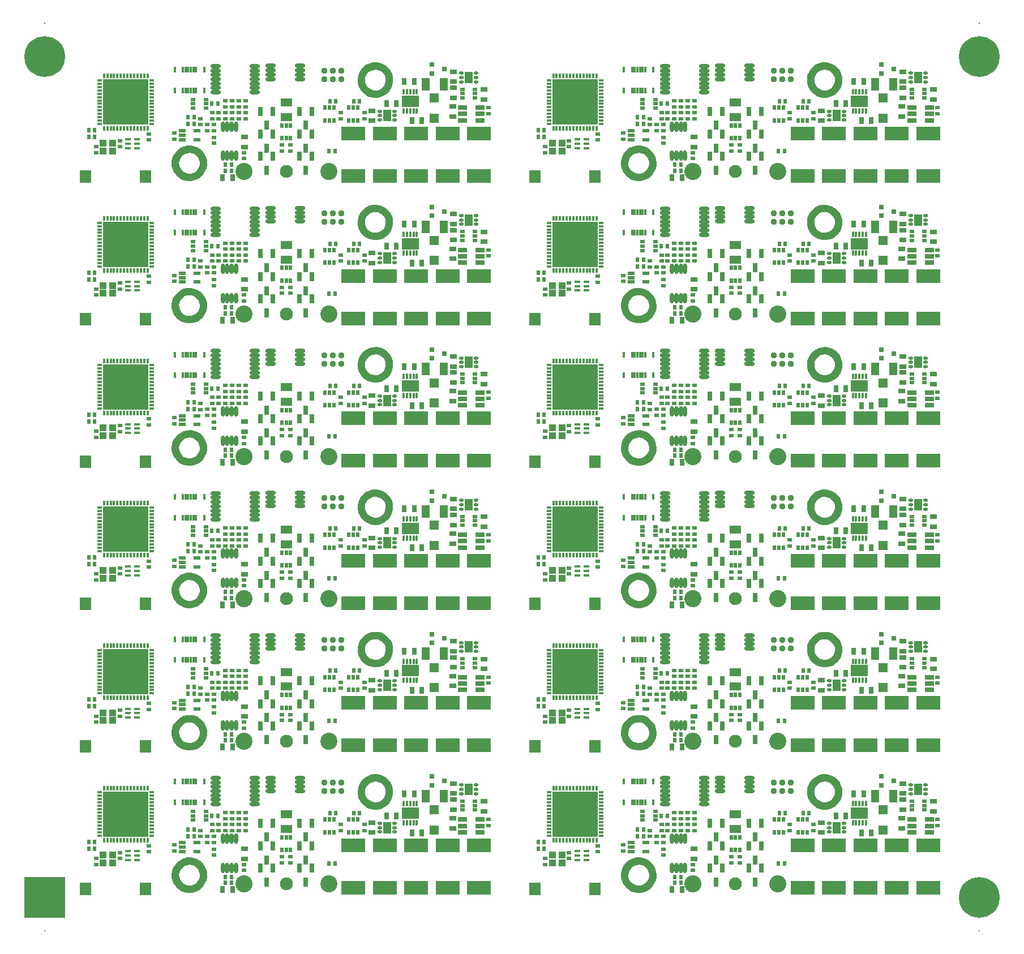
<source format=gts>
G04 Layer_Color=8388736*
%FSLAX24Y24*%
%MOIN*%
G70*
G01*
G75*
%ADD81R,0.2400X0.2400*%
%ADD82C,0.2400*%
%ADD83R,0.0217X0.0296*%
%ADD84R,0.0540X0.0304*%
%ADD85R,0.0225X0.0296*%
%ADD86R,0.0220X0.0315*%
%ADD87R,0.0315X0.0220*%
%ADD88O,0.0237X0.0631*%
%ADD89O,0.0631X0.0237*%
%ADD90R,0.0296X0.0572*%
%ADD91R,0.0414X0.0257*%
%ADD92R,0.0296X0.0217*%
%ADD93O,0.0611X0.0237*%
%ADD94R,0.0296X0.0257*%
%ADD95O,0.0296X0.0178*%
%ADD96R,0.0454X0.0690*%
%ADD97R,0.0572X0.0572*%
%ADD98R,0.0493X0.0729*%
%ADD99R,0.0257X0.0414*%
%ADD100O,0.0158X0.0336*%
%ADD101R,0.0997X0.0710*%
%ADD102R,0.1438X0.0828*%
%ADD103R,0.0651X0.0454*%
%ADD104R,0.0139X0.0336*%
%ADD105R,0.0178X0.0336*%
%ADD106R,0.0434X0.0237*%
%ADD107O,0.0158X0.0296*%
%ADD108O,0.0296X0.0158*%
%ADD109R,0.2658X0.2658*%
%ADD110R,0.0355X0.0178*%
%ADD111R,0.0434X0.0395*%
%ADD112R,0.0651X0.0769*%
%ADD113C,0.0370*%
%ADD114C,0.0080*%
%ADD115C,0.0060*%
%ADD116C,0.0760*%
%ADD117C,0.1010*%
G36*
X48147Y53092D02*
X48339Y53024D01*
X48514Y52921D01*
X48666Y52786D01*
X48788Y52624D01*
X48878Y52441D01*
X48930Y52245D01*
X48937Y52143D01*
X48930Y52143D01*
X48937Y52143D01*
X48938Y52135D01*
X48938Y52117D01*
X48939Y52100D01*
X48939Y52083D01*
Y52074D01*
X48939Y51972D01*
X48900Y51773D01*
X48823Y51585D01*
X48711Y51415D01*
X48569Y51270D01*
X48401Y51155D01*
X48214Y51075D01*
X48015Y51033D01*
X47812Y51029D01*
X47612Y51065D01*
X47422Y51139D01*
X47251Y51248D01*
X47103Y51388D01*
X46986Y51554D01*
X46903Y51740D01*
X46857Y51938D01*
X46850Y52141D01*
X46883Y52342D01*
X46953Y52532D01*
X47059Y52706D01*
X47197Y52855D01*
X47361Y52975D01*
X47545Y53062D01*
X47742Y53111D01*
X47946Y53121D01*
X48147Y53092D01*
D02*
G37*
G36*
X21688D02*
X21879Y53024D01*
X22055Y52921D01*
X22206Y52786D01*
X22329Y52624D01*
X22419Y52441D01*
X22471Y52245D01*
X22478Y52143D01*
X22470Y52143D01*
X22478Y52143D01*
X22479Y52135D01*
X22479Y52117D01*
X22480Y52100D01*
X22480Y52083D01*
Y52074D01*
X22480Y51972D01*
X22441Y51773D01*
X22364Y51585D01*
X22252Y51415D01*
X22110Y51270D01*
X21942Y51155D01*
X21755Y51075D01*
X21556Y51033D01*
X21353Y51029D01*
X21153Y51065D01*
X20963Y51139D01*
X20792Y51248D01*
X20644Y51388D01*
X20527Y51554D01*
X20444Y51740D01*
X20398Y51938D01*
X20391Y52141D01*
X20423Y52342D01*
X20494Y52532D01*
X20600Y52706D01*
X20738Y52855D01*
X20902Y52975D01*
X21086Y53062D01*
X21283Y53111D01*
X21486Y53121D01*
X21688Y53092D01*
D02*
G37*
G36*
X37197Y48192D02*
X37389Y48124D01*
X37564Y48021D01*
X37716Y47886D01*
X37838Y47724D01*
X37928Y47541D01*
X37980Y47345D01*
X37987Y47243D01*
X37980Y47243D01*
X37987Y47243D01*
X37988Y47235D01*
X37989Y47217D01*
X37989Y47200D01*
X37989Y47183D01*
Y47174D01*
X37989Y47072D01*
X37950Y46873D01*
X37873Y46685D01*
X37761Y46515D01*
X37619Y46370D01*
X37451Y46255D01*
X37264Y46175D01*
X37065Y46133D01*
X36862Y46129D01*
X36662Y46165D01*
X36472Y46239D01*
X36301Y46348D01*
X36153Y46488D01*
X36036Y46654D01*
X35953Y46840D01*
X35907Y47038D01*
X35900Y47241D01*
X35933Y47442D01*
X36003Y47632D01*
X36109Y47806D01*
X36247Y47955D01*
X36411Y48075D01*
X36595Y48162D01*
X36792Y48211D01*
X36996Y48221D01*
X37197Y48192D01*
D02*
G37*
G36*
X10738D02*
X10929Y48124D01*
X11105Y48021D01*
X11256Y47886D01*
X11379Y47724D01*
X11469Y47541D01*
X11521Y47345D01*
X11528Y47243D01*
X11520Y47243D01*
X11528Y47243D01*
X11529Y47235D01*
X11529Y47217D01*
X11530Y47200D01*
X11530Y47183D01*
Y47174D01*
X11530Y47072D01*
X11491Y46873D01*
X11414Y46685D01*
X11302Y46515D01*
X11160Y46370D01*
X10992Y46255D01*
X10805Y46175D01*
X10606Y46133D01*
X10403Y46129D01*
X10203Y46165D01*
X10013Y46239D01*
X9842Y46348D01*
X9694Y46488D01*
X9577Y46654D01*
X9494Y46840D01*
X9448Y47038D01*
X9441Y47241D01*
X9473Y47442D01*
X9544Y47632D01*
X9650Y47806D01*
X9788Y47955D01*
X9952Y48075D01*
X10136Y48162D01*
X10333Y48211D01*
X10536Y48221D01*
X10738Y48192D01*
D02*
G37*
G36*
X48147Y44704D02*
X48339Y44637D01*
X48514Y44534D01*
X48666Y44398D01*
X48788Y44237D01*
X48878Y44054D01*
X48930Y43857D01*
X48937Y43756D01*
X48930Y43756D01*
X48937Y43756D01*
X48938Y43747D01*
X48938Y43730D01*
X48939Y43713D01*
X48939Y43695D01*
Y43687D01*
X48939Y43585D01*
X48900Y43385D01*
X48823Y43197D01*
X48711Y43028D01*
X48569Y42883D01*
X48401Y42768D01*
X48214Y42688D01*
X48015Y42645D01*
X47812Y42642D01*
X47612Y42678D01*
X47422Y42752D01*
X47251Y42861D01*
X47103Y43001D01*
X46986Y43167D01*
X46903Y43352D01*
X46857Y43550D01*
X46850Y43753D01*
X46883Y43954D01*
X46953Y44145D01*
X47059Y44318D01*
X47197Y44468D01*
X47361Y44588D01*
X47545Y44674D01*
X47742Y44724D01*
X47946Y44734D01*
X48147Y44704D01*
D02*
G37*
G36*
X21688D02*
X21879Y44637D01*
X22055Y44534D01*
X22206Y44398D01*
X22329Y44237D01*
X22419Y44054D01*
X22471Y43857D01*
X22478Y43756D01*
X22470Y43756D01*
X22478Y43756D01*
X22479Y43747D01*
X22479Y43730D01*
X22480Y43713D01*
X22480Y43695D01*
Y43687D01*
X22480Y43585D01*
X22441Y43385D01*
X22364Y43197D01*
X22252Y43028D01*
X22110Y42883D01*
X21942Y42768D01*
X21755Y42688D01*
X21556Y42645D01*
X21353Y42642D01*
X21153Y42678D01*
X20963Y42752D01*
X20792Y42861D01*
X20644Y43001D01*
X20527Y43167D01*
X20444Y43352D01*
X20398Y43550D01*
X20391Y43753D01*
X20423Y43954D01*
X20494Y44145D01*
X20600Y44318D01*
X20738Y44468D01*
X20902Y44588D01*
X21086Y44674D01*
X21283Y44724D01*
X21486Y44734D01*
X21688Y44704D01*
D02*
G37*
G36*
X37197Y39804D02*
X37389Y39737D01*
X37564Y39634D01*
X37716Y39498D01*
X37838Y39337D01*
X37928Y39154D01*
X37980Y38957D01*
X37987Y38856D01*
X37980Y38856D01*
X37987Y38856D01*
X37988Y38847D01*
X37989Y38830D01*
X37989Y38813D01*
X37989Y38795D01*
Y38787D01*
X37989Y38685D01*
X37950Y38485D01*
X37873Y38297D01*
X37761Y38128D01*
X37619Y37983D01*
X37451Y37868D01*
X37264Y37788D01*
X37065Y37745D01*
X36862Y37742D01*
X36662Y37778D01*
X36472Y37852D01*
X36301Y37961D01*
X36153Y38101D01*
X36036Y38267D01*
X35953Y38452D01*
X35907Y38650D01*
X35900Y38853D01*
X35933Y39054D01*
X36003Y39245D01*
X36109Y39418D01*
X36247Y39568D01*
X36411Y39688D01*
X36595Y39774D01*
X36792Y39824D01*
X36996Y39834D01*
X37197Y39804D01*
D02*
G37*
G36*
X10738D02*
X10929Y39737D01*
X11105Y39634D01*
X11256Y39498D01*
X11379Y39337D01*
X11469Y39154D01*
X11521Y38957D01*
X11528Y38856D01*
X11520Y38856D01*
X11528Y38856D01*
X11529Y38847D01*
X11529Y38830D01*
X11530Y38813D01*
X11530Y38795D01*
Y38787D01*
X11530Y38685D01*
X11491Y38485D01*
X11414Y38297D01*
X11302Y38128D01*
X11160Y37983D01*
X10992Y37868D01*
X10805Y37788D01*
X10606Y37745D01*
X10403Y37742D01*
X10203Y37778D01*
X10013Y37852D01*
X9842Y37961D01*
X9694Y38101D01*
X9577Y38267D01*
X9494Y38452D01*
X9448Y38650D01*
X9441Y38853D01*
X9473Y39054D01*
X9544Y39245D01*
X9650Y39418D01*
X9788Y39568D01*
X9952Y39688D01*
X10136Y39774D01*
X10333Y39824D01*
X10536Y39834D01*
X10738Y39804D01*
D02*
G37*
G36*
X48147Y36317D02*
X48339Y36250D01*
X48514Y36146D01*
X48666Y36011D01*
X48788Y35849D01*
X48878Y35666D01*
X48930Y35470D01*
X48937Y35369D01*
X48930Y35368D01*
X48937Y35369D01*
X48938Y35360D01*
X48938Y35343D01*
X48939Y35325D01*
X48939Y35308D01*
Y35299D01*
X48939Y35198D01*
X48900Y34998D01*
X48823Y34810D01*
X48711Y34640D01*
X48569Y34495D01*
X48401Y34380D01*
X48214Y34300D01*
X48015Y34258D01*
X47812Y34254D01*
X47612Y34290D01*
X47422Y34364D01*
X47251Y34473D01*
X47103Y34613D01*
X46986Y34779D01*
X46903Y34965D01*
X46857Y35163D01*
X46850Y35366D01*
X46883Y35567D01*
X46953Y35757D01*
X47059Y35931D01*
X47197Y36080D01*
X47361Y36201D01*
X47545Y36287D01*
X47742Y36336D01*
X47946Y36346D01*
X48147Y36317D01*
D02*
G37*
G36*
X21688D02*
X21879Y36250D01*
X22055Y36146D01*
X22206Y36011D01*
X22329Y35849D01*
X22419Y35666D01*
X22471Y35470D01*
X22478Y35369D01*
X22470Y35368D01*
X22478Y35369D01*
X22479Y35360D01*
X22479Y35343D01*
X22480Y35325D01*
X22480Y35308D01*
Y35299D01*
X22480Y35198D01*
X22441Y34998D01*
X22364Y34810D01*
X22252Y34640D01*
X22110Y34495D01*
X21942Y34380D01*
X21755Y34300D01*
X21556Y34258D01*
X21353Y34254D01*
X21153Y34290D01*
X20963Y34364D01*
X20792Y34473D01*
X20644Y34613D01*
X20527Y34779D01*
X20444Y34965D01*
X20398Y35163D01*
X20391Y35366D01*
X20423Y35567D01*
X20494Y35757D01*
X20600Y35931D01*
X20738Y36080D01*
X20902Y36201D01*
X21086Y36287D01*
X21283Y36336D01*
X21486Y36346D01*
X21688Y36317D01*
D02*
G37*
G36*
X37197Y31417D02*
X37389Y31350D01*
X37564Y31246D01*
X37716Y31111D01*
X37838Y30949D01*
X37928Y30766D01*
X37980Y30570D01*
X37987Y30469D01*
X37980Y30468D01*
X37987Y30469D01*
X37988Y30460D01*
X37989Y30443D01*
X37989Y30425D01*
X37989Y30408D01*
Y30399D01*
X37989Y30298D01*
X37950Y30098D01*
X37873Y29910D01*
X37761Y29740D01*
X37619Y29595D01*
X37451Y29480D01*
X37264Y29400D01*
X37065Y29358D01*
X36862Y29354D01*
X36662Y29390D01*
X36472Y29464D01*
X36301Y29573D01*
X36153Y29713D01*
X36036Y29879D01*
X35953Y30065D01*
X35907Y30263D01*
X35900Y30466D01*
X35933Y30667D01*
X36003Y30857D01*
X36109Y31031D01*
X36247Y31180D01*
X36411Y31301D01*
X36595Y31387D01*
X36792Y31436D01*
X36996Y31446D01*
X37197Y31417D01*
D02*
G37*
G36*
X10738D02*
X10929Y31350D01*
X11105Y31246D01*
X11256Y31111D01*
X11379Y30949D01*
X11469Y30766D01*
X11521Y30570D01*
X11528Y30469D01*
X11520Y30468D01*
X11528Y30469D01*
X11529Y30460D01*
X11529Y30443D01*
X11530Y30425D01*
X11530Y30408D01*
Y30399D01*
X11530Y30298D01*
X11491Y30098D01*
X11414Y29910D01*
X11302Y29740D01*
X11160Y29595D01*
X10992Y29480D01*
X10805Y29400D01*
X10606Y29358D01*
X10403Y29354D01*
X10203Y29390D01*
X10013Y29464D01*
X9842Y29573D01*
X9694Y29713D01*
X9577Y29879D01*
X9494Y30065D01*
X9448Y30263D01*
X9441Y30466D01*
X9473Y30667D01*
X9544Y30857D01*
X9650Y31031D01*
X9788Y31180D01*
X9952Y31301D01*
X10136Y31387D01*
X10333Y31436D01*
X10536Y31446D01*
X10738Y31417D01*
D02*
G37*
G36*
X48147Y27930D02*
X48339Y27862D01*
X48514Y27759D01*
X48666Y27624D01*
X48788Y27462D01*
X48878Y27279D01*
X48930Y27083D01*
X48937Y26981D01*
X48930Y26981D01*
X48937Y26981D01*
X48938Y26973D01*
X48938Y26955D01*
X48939Y26938D01*
X48939Y26920D01*
Y26912D01*
X48939Y26810D01*
X48900Y26611D01*
X48823Y26422D01*
X48711Y26253D01*
X48569Y26108D01*
X48401Y25993D01*
X48214Y25913D01*
X48015Y25870D01*
X47812Y25867D01*
X47612Y25903D01*
X47422Y25977D01*
X47251Y26086D01*
X47103Y26226D01*
X46986Y26392D01*
X46903Y26577D01*
X46857Y26775D01*
X46850Y26979D01*
X46883Y27179D01*
X46953Y27370D01*
X47059Y27543D01*
X47197Y27693D01*
X47361Y27813D01*
X47545Y27900D01*
X47742Y27949D01*
X47946Y27959D01*
X48147Y27930D01*
D02*
G37*
G36*
X21688D02*
X21879Y27862D01*
X22055Y27759D01*
X22206Y27624D01*
X22329Y27462D01*
X22419Y27279D01*
X22471Y27083D01*
X22478Y26981D01*
X22470Y26981D01*
X22478Y26981D01*
X22479Y26973D01*
X22479Y26955D01*
X22480Y26938D01*
X22480Y26920D01*
Y26912D01*
X22480Y26810D01*
X22441Y26611D01*
X22364Y26422D01*
X22252Y26253D01*
X22110Y26108D01*
X21942Y25993D01*
X21755Y25913D01*
X21556Y25870D01*
X21353Y25867D01*
X21153Y25903D01*
X20963Y25977D01*
X20792Y26086D01*
X20644Y26226D01*
X20527Y26392D01*
X20444Y26577D01*
X20398Y26775D01*
X20391Y26979D01*
X20423Y27179D01*
X20494Y27370D01*
X20600Y27543D01*
X20738Y27693D01*
X20902Y27813D01*
X21086Y27900D01*
X21283Y27949D01*
X21486Y27959D01*
X21688Y27930D01*
D02*
G37*
G36*
X37197Y23030D02*
X37389Y22962D01*
X37564Y22859D01*
X37716Y22724D01*
X37838Y22562D01*
X37928Y22379D01*
X37980Y22183D01*
X37987Y22081D01*
X37980Y22081D01*
X37987Y22081D01*
X37988Y22073D01*
X37989Y22055D01*
X37989Y22038D01*
X37989Y22020D01*
Y22012D01*
X37989Y21910D01*
X37950Y21711D01*
X37873Y21522D01*
X37761Y21353D01*
X37619Y21208D01*
X37451Y21093D01*
X37264Y21013D01*
X37065Y20970D01*
X36862Y20967D01*
X36662Y21003D01*
X36472Y21077D01*
X36301Y21186D01*
X36153Y21326D01*
X36036Y21492D01*
X35953Y21677D01*
X35907Y21875D01*
X35900Y22079D01*
X35933Y22279D01*
X36003Y22470D01*
X36109Y22643D01*
X36247Y22793D01*
X36411Y22913D01*
X36595Y23000D01*
X36792Y23049D01*
X36996Y23059D01*
X37197Y23030D01*
D02*
G37*
G36*
X10738D02*
X10929Y22962D01*
X11105Y22859D01*
X11256Y22724D01*
X11379Y22562D01*
X11469Y22379D01*
X11521Y22183D01*
X11528Y22081D01*
X11520Y22081D01*
X11528Y22081D01*
X11529Y22073D01*
X11529Y22055D01*
X11530Y22038D01*
X11530Y22020D01*
Y22012D01*
X11530Y21910D01*
X11491Y21711D01*
X11414Y21522D01*
X11302Y21353D01*
X11160Y21208D01*
X10992Y21093D01*
X10805Y21013D01*
X10606Y20970D01*
X10403Y20967D01*
X10203Y21003D01*
X10013Y21077D01*
X9842Y21186D01*
X9694Y21326D01*
X9577Y21492D01*
X9494Y21677D01*
X9448Y21875D01*
X9441Y22079D01*
X9473Y22279D01*
X9544Y22470D01*
X9650Y22643D01*
X9788Y22793D01*
X9952Y22913D01*
X10136Y23000D01*
X10333Y23049D01*
X10536Y23059D01*
X10738Y23030D01*
D02*
G37*
G36*
X48147Y19542D02*
X48339Y19475D01*
X48514Y19371D01*
X48666Y19236D01*
X48788Y19074D01*
X48878Y18892D01*
X48930Y18695D01*
X48937Y18594D01*
X48930Y18593D01*
X48937Y18594D01*
X48938Y18585D01*
X48938Y18568D01*
X48939Y18550D01*
X48939Y18533D01*
Y18524D01*
X48939Y18423D01*
X48900Y18223D01*
X48823Y18035D01*
X48711Y17865D01*
X48569Y17720D01*
X48401Y17606D01*
X48214Y17526D01*
X48015Y17483D01*
X47812Y17480D01*
X47612Y17515D01*
X47422Y17589D01*
X47251Y17698D01*
X47103Y17839D01*
X46986Y18004D01*
X46903Y18190D01*
X46857Y18388D01*
X46850Y18591D01*
X46883Y18792D01*
X46953Y18983D01*
X47059Y19156D01*
X47197Y19306D01*
X47361Y19426D01*
X47545Y19512D01*
X47742Y19561D01*
X47946Y19571D01*
X48147Y19542D01*
D02*
G37*
G36*
X21688D02*
X21879Y19475D01*
X22055Y19371D01*
X22206Y19236D01*
X22329Y19074D01*
X22419Y18892D01*
X22471Y18695D01*
X22478Y18594D01*
X22470Y18593D01*
X22478Y18594D01*
X22479Y18585D01*
X22479Y18568D01*
X22480Y18550D01*
X22480Y18533D01*
Y18524D01*
X22480Y18423D01*
X22441Y18223D01*
X22364Y18035D01*
X22252Y17865D01*
X22110Y17720D01*
X21942Y17606D01*
X21755Y17526D01*
X21556Y17483D01*
X21353Y17480D01*
X21153Y17515D01*
X20963Y17589D01*
X20792Y17698D01*
X20644Y17839D01*
X20527Y18004D01*
X20444Y18190D01*
X20398Y18388D01*
X20391Y18591D01*
X20423Y18792D01*
X20494Y18983D01*
X20600Y19156D01*
X20738Y19306D01*
X20902Y19426D01*
X21086Y19512D01*
X21283Y19561D01*
X21486Y19571D01*
X21688Y19542D01*
D02*
G37*
G36*
X37197Y14642D02*
X37389Y14575D01*
X37564Y14471D01*
X37716Y14336D01*
X37838Y14174D01*
X37928Y13992D01*
X37980Y13795D01*
X37987Y13694D01*
X37980Y13693D01*
X37987Y13694D01*
X37988Y13685D01*
X37989Y13668D01*
X37989Y13650D01*
X37989Y13633D01*
Y13624D01*
X37989Y13523D01*
X37950Y13323D01*
X37873Y13135D01*
X37761Y12965D01*
X37619Y12820D01*
X37451Y12706D01*
X37264Y12625D01*
X37065Y12583D01*
X36862Y12580D01*
X36662Y12615D01*
X36472Y12689D01*
X36301Y12798D01*
X36153Y12939D01*
X36036Y13104D01*
X35953Y13290D01*
X35907Y13488D01*
X35900Y13691D01*
X35933Y13892D01*
X36003Y14083D01*
X36109Y14256D01*
X36247Y14406D01*
X36411Y14526D01*
X36595Y14612D01*
X36792Y14661D01*
X36996Y14671D01*
X37197Y14642D01*
D02*
G37*
G36*
X10738D02*
X10929Y14575D01*
X11105Y14471D01*
X11256Y14336D01*
X11379Y14174D01*
X11469Y13992D01*
X11521Y13795D01*
X11528Y13694D01*
X11520Y13693D01*
X11528Y13694D01*
X11529Y13685D01*
X11529Y13668D01*
X11530Y13650D01*
X11530Y13633D01*
Y13624D01*
X11530Y13523D01*
X11491Y13323D01*
X11414Y13135D01*
X11302Y12965D01*
X11160Y12820D01*
X10992Y12706D01*
X10805Y12625D01*
X10606Y12583D01*
X10403Y12580D01*
X10203Y12615D01*
X10013Y12689D01*
X9842Y12798D01*
X9694Y12939D01*
X9577Y13104D01*
X9494Y13290D01*
X9448Y13488D01*
X9441Y13691D01*
X9473Y13892D01*
X9544Y14083D01*
X9650Y14256D01*
X9788Y14406D01*
X9952Y14526D01*
X10136Y14612D01*
X10333Y14661D01*
X10536Y14671D01*
X10738Y14642D01*
D02*
G37*
G36*
X48147Y11155D02*
X48339Y11087D01*
X48514Y10984D01*
X48666Y10849D01*
X48788Y10687D01*
X48878Y10504D01*
X48930Y10308D01*
X48937Y10206D01*
X48930Y10206D01*
X48937Y10206D01*
X48938Y10198D01*
X48938Y10180D01*
X48939Y10163D01*
X48939Y10146D01*
Y10137D01*
X48939Y10035D01*
X48900Y9836D01*
X48823Y9648D01*
X48711Y9478D01*
X48569Y9333D01*
X48401Y9218D01*
X48214Y9138D01*
X48015Y9096D01*
X47812Y9092D01*
X47612Y9128D01*
X47422Y9202D01*
X47251Y9311D01*
X47103Y9451D01*
X46986Y9617D01*
X46903Y9803D01*
X46857Y10001D01*
X46850Y10204D01*
X46883Y10405D01*
X46953Y10595D01*
X47059Y10769D01*
X47197Y10918D01*
X47361Y11038D01*
X47545Y11125D01*
X47742Y11174D01*
X47946Y11184D01*
X48147Y11155D01*
D02*
G37*
G36*
X21688D02*
X21879Y11087D01*
X22055Y10984D01*
X22206Y10849D01*
X22329Y10687D01*
X22419Y10504D01*
X22471Y10308D01*
X22478Y10206D01*
X22470Y10206D01*
X22478Y10206D01*
X22479Y10198D01*
X22479Y10180D01*
X22480Y10163D01*
X22480Y10146D01*
Y10137D01*
X22480Y10035D01*
X22441Y9836D01*
X22364Y9648D01*
X22252Y9478D01*
X22110Y9333D01*
X21942Y9218D01*
X21755Y9138D01*
X21556Y9096D01*
X21353Y9092D01*
X21153Y9128D01*
X20963Y9202D01*
X20792Y9311D01*
X20644Y9451D01*
X20527Y9617D01*
X20444Y9803D01*
X20398Y10001D01*
X20391Y10204D01*
X20423Y10405D01*
X20494Y10595D01*
X20600Y10769D01*
X20738Y10918D01*
X20902Y11038D01*
X21086Y11125D01*
X21283Y11174D01*
X21486Y11184D01*
X21688Y11155D01*
D02*
G37*
G36*
X37197Y6255D02*
X37389Y6187D01*
X37564Y6084D01*
X37716Y5949D01*
X37838Y5787D01*
X37928Y5604D01*
X37980Y5408D01*
X37987Y5306D01*
X37980Y5306D01*
X37987Y5306D01*
X37988Y5298D01*
X37989Y5280D01*
X37989Y5263D01*
X37989Y5246D01*
Y5237D01*
X37989Y5135D01*
X37950Y4936D01*
X37873Y4748D01*
X37761Y4578D01*
X37619Y4433D01*
X37451Y4318D01*
X37264Y4238D01*
X37065Y4196D01*
X36862Y4192D01*
X36662Y4228D01*
X36472Y4302D01*
X36301Y4411D01*
X36153Y4551D01*
X36036Y4717D01*
X35953Y4903D01*
X35907Y5101D01*
X35900Y5304D01*
X35933Y5505D01*
X36003Y5695D01*
X36109Y5869D01*
X36247Y6018D01*
X36411Y6138D01*
X36595Y6225D01*
X36792Y6274D01*
X36996Y6284D01*
X37197Y6255D01*
D02*
G37*
G36*
X10738D02*
X10929Y6187D01*
X11105Y6084D01*
X11256Y5949D01*
X11379Y5787D01*
X11469Y5604D01*
X11521Y5408D01*
X11528Y5306D01*
X11520Y5306D01*
X11528Y5306D01*
X11529Y5298D01*
X11529Y5280D01*
X11530Y5263D01*
X11530Y5246D01*
Y5237D01*
X11530Y5135D01*
X11491Y4936D01*
X11414Y4748D01*
X11302Y4578D01*
X11160Y4433D01*
X10992Y4318D01*
X10805Y4238D01*
X10606Y4196D01*
X10403Y4192D01*
X10203Y4228D01*
X10013Y4302D01*
X9842Y4411D01*
X9694Y4551D01*
X9577Y4717D01*
X9494Y4903D01*
X9448Y5101D01*
X9441Y5304D01*
X9473Y5505D01*
X9544Y5695D01*
X9650Y5869D01*
X9788Y6018D01*
X9952Y6138D01*
X10136Y6225D01*
X10333Y6274D01*
X10536Y6284D01*
X10738Y6255D01*
D02*
G37*
%LPC*%
G36*
X47911Y52684D02*
X47777Y52673D01*
X47649Y52632D01*
X47533Y52565D01*
X47435Y52474D01*
X47359Y52363D01*
X47308Y52239D01*
X47287Y52106D01*
X47294Y51972D01*
X47331Y51843D01*
X47395Y51725D01*
X47483Y51624D01*
X47592Y51545D01*
X47715Y51491D01*
X47846Y51466D01*
X47980Y51470D01*
X48110Y51503D01*
X48230Y51563D01*
X48334Y51649D01*
X48416Y51755D01*
X48473Y51876D01*
X48503Y52007D01*
X48506Y52074D01*
X48506Y52083D01*
X48506Y52100D01*
X48505Y52118D01*
X48503Y52135D01*
X48502Y52144D01*
X48506Y52143D01*
X48502Y52144D01*
X48491Y52210D01*
X48447Y52337D01*
X48376Y52451D01*
X48282Y52546D01*
X48170Y52619D01*
X48044Y52666D01*
X47911Y52684D01*
D02*
G37*
G36*
X21452D02*
X21318Y52673D01*
X21190Y52632D01*
X21074Y52565D01*
X20976Y52474D01*
X20900Y52363D01*
X20849Y52239D01*
X20828Y52106D01*
X20835Y51972D01*
X20872Y51843D01*
X20936Y51725D01*
X21024Y51624D01*
X21133Y51545D01*
X21256Y51491D01*
X21387Y51466D01*
X21521Y51470D01*
X21651Y51503D01*
X21771Y51563D01*
X21875Y51649D01*
X21957Y51755D01*
X22014Y51876D01*
X22044Y52007D01*
X22047Y52074D01*
X22047Y52083D01*
X22047Y52100D01*
X22046Y52118D01*
X22044Y52135D01*
X22043Y52144D01*
X22047Y52143D01*
X22043Y52144D01*
X22032Y52210D01*
X21988Y52337D01*
X21917Y52451D01*
X21823Y52546D01*
X21711Y52619D01*
X21585Y52666D01*
X21452Y52684D01*
D02*
G37*
G36*
X36961Y47784D02*
X36827Y47773D01*
X36699Y47732D01*
X36583Y47665D01*
X36485Y47574D01*
X36409Y47463D01*
X36358Y47339D01*
X36337Y47206D01*
X36344Y47072D01*
X36381Y46943D01*
X36445Y46825D01*
X36533Y46724D01*
X36642Y46645D01*
X36765Y46591D01*
X36896Y46566D01*
X37030Y46570D01*
X37160Y46603D01*
X37280Y46663D01*
X37384Y46749D01*
X37466Y46855D01*
X37523Y46976D01*
X37553Y47107D01*
X37556Y47174D01*
X37556Y47183D01*
X37556Y47200D01*
X37555Y47218D01*
X37553Y47235D01*
X37552Y47244D01*
X37556Y47243D01*
X37552Y47244D01*
X37541Y47310D01*
X37497Y47437D01*
X37426Y47551D01*
X37332Y47646D01*
X37220Y47719D01*
X37094Y47766D01*
X36961Y47784D01*
D02*
G37*
G36*
X10502D02*
X10368Y47773D01*
X10240Y47732D01*
X10124Y47665D01*
X10026Y47574D01*
X9950Y47463D01*
X9899Y47339D01*
X9878Y47206D01*
X9885Y47072D01*
X9922Y46943D01*
X9986Y46825D01*
X10074Y46724D01*
X10183Y46645D01*
X10306Y46591D01*
X10437Y46566D01*
X10571Y46570D01*
X10701Y46603D01*
X10821Y46663D01*
X10925Y46749D01*
X11007Y46855D01*
X11064Y46976D01*
X11094Y47107D01*
X11097Y47174D01*
X11097Y47183D01*
X11097Y47200D01*
X11096Y47218D01*
X11094Y47235D01*
X11093Y47244D01*
X11097Y47243D01*
X11093Y47244D01*
X11082Y47310D01*
X11038Y47437D01*
X10967Y47551D01*
X10873Y47646D01*
X10761Y47719D01*
X10635Y47766D01*
X10502Y47784D01*
D02*
G37*
G36*
X47911Y44297D02*
X47777Y44285D01*
X47649Y44245D01*
X47533Y44177D01*
X47435Y44086D01*
X47359Y43976D01*
X47308Y43851D01*
X47287Y43719D01*
X47294Y43585D01*
X47331Y43456D01*
X47395Y43338D01*
X47483Y43237D01*
X47592Y43158D01*
X47715Y43104D01*
X47846Y43078D01*
X47980Y43082D01*
X48110Y43115D01*
X48230Y43176D01*
X48334Y43261D01*
X48416Y43367D01*
X48473Y43489D01*
X48503Y43620D01*
X48506Y43687D01*
X48506Y43695D01*
X48506Y43713D01*
X48505Y43730D01*
X48503Y43748D01*
X48502Y43756D01*
X48506Y43756D01*
X48502Y43756D01*
X48491Y43822D01*
X48447Y43949D01*
X48376Y44063D01*
X48282Y44159D01*
X48170Y44232D01*
X48044Y44279D01*
X47911Y44297D01*
D02*
G37*
G36*
X21452D02*
X21318Y44285D01*
X21190Y44245D01*
X21074Y44177D01*
X20976Y44086D01*
X20900Y43976D01*
X20849Y43851D01*
X20828Y43719D01*
X20835Y43585D01*
X20872Y43456D01*
X20936Y43338D01*
X21024Y43237D01*
X21133Y43158D01*
X21256Y43104D01*
X21387Y43078D01*
X21521Y43082D01*
X21651Y43115D01*
X21771Y43176D01*
X21875Y43261D01*
X21957Y43367D01*
X22014Y43489D01*
X22044Y43620D01*
X22047Y43687D01*
X22047Y43695D01*
X22047Y43713D01*
X22046Y43730D01*
X22044Y43748D01*
X22043Y43756D01*
X22047Y43756D01*
X22043Y43756D01*
X22032Y43822D01*
X21988Y43949D01*
X21917Y44063D01*
X21823Y44159D01*
X21711Y44232D01*
X21585Y44279D01*
X21452Y44297D01*
D02*
G37*
G36*
X36961Y39397D02*
X36827Y39385D01*
X36699Y39345D01*
X36583Y39277D01*
X36485Y39186D01*
X36409Y39076D01*
X36358Y38951D01*
X36337Y38819D01*
X36344Y38685D01*
X36381Y38556D01*
X36445Y38438D01*
X36533Y38337D01*
X36642Y38258D01*
X36765Y38204D01*
X36896Y38178D01*
X37030Y38182D01*
X37160Y38215D01*
X37280Y38276D01*
X37384Y38361D01*
X37466Y38467D01*
X37523Y38589D01*
X37553Y38720D01*
X37556Y38787D01*
X37556Y38795D01*
X37556Y38813D01*
X37555Y38830D01*
X37553Y38848D01*
X37552Y38856D01*
X37556Y38856D01*
X37552Y38856D01*
X37541Y38922D01*
X37497Y39049D01*
X37426Y39163D01*
X37332Y39259D01*
X37220Y39332D01*
X37094Y39379D01*
X36961Y39397D01*
D02*
G37*
G36*
X10502D02*
X10368Y39385D01*
X10240Y39345D01*
X10124Y39277D01*
X10026Y39186D01*
X9950Y39076D01*
X9899Y38951D01*
X9878Y38819D01*
X9885Y38685D01*
X9922Y38556D01*
X9986Y38438D01*
X10074Y38337D01*
X10183Y38258D01*
X10306Y38204D01*
X10437Y38178D01*
X10571Y38182D01*
X10701Y38215D01*
X10821Y38276D01*
X10925Y38361D01*
X11007Y38467D01*
X11064Y38589D01*
X11094Y38720D01*
X11097Y38787D01*
X11097Y38795D01*
X11097Y38813D01*
X11096Y38830D01*
X11094Y38848D01*
X11093Y38856D01*
X11097Y38856D01*
X11093Y38856D01*
X11082Y38922D01*
X11038Y39049D01*
X10967Y39163D01*
X10873Y39259D01*
X10761Y39332D01*
X10635Y39379D01*
X10502Y39397D01*
D02*
G37*
G36*
X47911Y35909D02*
X47777Y35898D01*
X47649Y35857D01*
X47533Y35790D01*
X47435Y35699D01*
X47359Y35588D01*
X47308Y35464D01*
X47287Y35332D01*
X47294Y35198D01*
X47331Y35069D01*
X47395Y34951D01*
X47483Y34850D01*
X47592Y34770D01*
X47715Y34717D01*
X47846Y34691D01*
X47980Y34695D01*
X48110Y34728D01*
X48230Y34789D01*
X48334Y34874D01*
X48416Y34980D01*
X48473Y35101D01*
X48503Y35232D01*
X48506Y35299D01*
X48506Y35308D01*
X48506Y35325D01*
X48505Y35343D01*
X48503Y35360D01*
X48502Y35369D01*
X48506Y35368D01*
X48502Y35369D01*
X48491Y35435D01*
X48447Y35562D01*
X48376Y35676D01*
X48282Y35772D01*
X48170Y35845D01*
X48044Y35891D01*
X47911Y35909D01*
D02*
G37*
G36*
X21452D02*
X21318Y35898D01*
X21190Y35857D01*
X21074Y35790D01*
X20976Y35699D01*
X20900Y35588D01*
X20849Y35464D01*
X20828Y35332D01*
X20835Y35198D01*
X20872Y35069D01*
X20936Y34951D01*
X21024Y34850D01*
X21133Y34770D01*
X21256Y34717D01*
X21387Y34691D01*
X21521Y34695D01*
X21651Y34728D01*
X21771Y34789D01*
X21875Y34874D01*
X21957Y34980D01*
X22014Y35101D01*
X22044Y35232D01*
X22047Y35299D01*
X22047Y35308D01*
X22047Y35325D01*
X22046Y35343D01*
X22044Y35360D01*
X22043Y35369D01*
X22047Y35368D01*
X22043Y35369D01*
X22032Y35435D01*
X21988Y35562D01*
X21917Y35676D01*
X21823Y35772D01*
X21711Y35845D01*
X21585Y35891D01*
X21452Y35909D01*
D02*
G37*
G36*
X36961Y31009D02*
X36827Y30998D01*
X36699Y30957D01*
X36583Y30890D01*
X36485Y30799D01*
X36409Y30688D01*
X36358Y30564D01*
X36337Y30432D01*
X36344Y30298D01*
X36381Y30169D01*
X36445Y30051D01*
X36533Y29950D01*
X36642Y29870D01*
X36765Y29817D01*
X36896Y29791D01*
X37030Y29795D01*
X37160Y29828D01*
X37280Y29889D01*
X37384Y29974D01*
X37466Y30080D01*
X37523Y30201D01*
X37553Y30332D01*
X37556Y30399D01*
X37556Y30408D01*
X37556Y30425D01*
X37555Y30443D01*
X37553Y30460D01*
X37552Y30469D01*
X37556Y30468D01*
X37552Y30469D01*
X37541Y30535D01*
X37497Y30662D01*
X37426Y30776D01*
X37332Y30872D01*
X37220Y30945D01*
X37094Y30991D01*
X36961Y31009D01*
D02*
G37*
G36*
X10502D02*
X10368Y30998D01*
X10240Y30957D01*
X10124Y30890D01*
X10026Y30799D01*
X9950Y30688D01*
X9899Y30564D01*
X9878Y30432D01*
X9885Y30298D01*
X9922Y30169D01*
X9986Y30051D01*
X10074Y29950D01*
X10183Y29870D01*
X10306Y29817D01*
X10437Y29791D01*
X10571Y29795D01*
X10701Y29828D01*
X10821Y29889D01*
X10925Y29974D01*
X11007Y30080D01*
X11064Y30201D01*
X11094Y30332D01*
X11097Y30399D01*
X11097Y30408D01*
X11097Y30425D01*
X11096Y30443D01*
X11094Y30460D01*
X11093Y30469D01*
X11097Y30468D01*
X11093Y30469D01*
X11082Y30535D01*
X11038Y30662D01*
X10967Y30776D01*
X10873Y30872D01*
X10761Y30945D01*
X10635Y30991D01*
X10502Y31009D01*
D02*
G37*
G36*
X47911Y27522D02*
X47777Y27510D01*
X47649Y27470D01*
X47533Y27403D01*
X47435Y27311D01*
X47359Y27201D01*
X47308Y27077D01*
X47287Y26944D01*
X47294Y26810D01*
X47331Y26681D01*
X47395Y26563D01*
X47483Y26462D01*
X47592Y26383D01*
X47715Y26329D01*
X47846Y26304D01*
X47980Y26307D01*
X48110Y26340D01*
X48230Y26401D01*
X48334Y26487D01*
X48416Y26592D01*
X48473Y26714D01*
X48503Y26845D01*
X48506Y26912D01*
X48506Y26921D01*
X48506Y26938D01*
X48505Y26955D01*
X48503Y26973D01*
X48502Y26981D01*
X48506Y26981D01*
X48502Y26981D01*
X48491Y27048D01*
X48447Y27174D01*
X48376Y27288D01*
X48282Y27384D01*
X48170Y27457D01*
X48044Y27504D01*
X47911Y27522D01*
D02*
G37*
G36*
X21452D02*
X21318Y27510D01*
X21190Y27470D01*
X21074Y27403D01*
X20976Y27311D01*
X20900Y27201D01*
X20849Y27077D01*
X20828Y26944D01*
X20835Y26810D01*
X20872Y26681D01*
X20936Y26563D01*
X21024Y26462D01*
X21133Y26383D01*
X21256Y26329D01*
X21387Y26304D01*
X21521Y26307D01*
X21651Y26340D01*
X21771Y26401D01*
X21875Y26487D01*
X21957Y26592D01*
X22014Y26714D01*
X22044Y26845D01*
X22047Y26912D01*
X22047Y26921D01*
X22047Y26938D01*
X22046Y26955D01*
X22044Y26973D01*
X22043Y26981D01*
X22047Y26981D01*
X22043Y26981D01*
X22032Y27048D01*
X21988Y27174D01*
X21917Y27288D01*
X21823Y27384D01*
X21711Y27457D01*
X21585Y27504D01*
X21452Y27522D01*
D02*
G37*
G36*
X36961Y22622D02*
X36827Y22610D01*
X36699Y22570D01*
X36583Y22503D01*
X36485Y22411D01*
X36409Y22301D01*
X36358Y22177D01*
X36337Y22044D01*
X36344Y21910D01*
X36381Y21781D01*
X36445Y21663D01*
X36533Y21562D01*
X36642Y21483D01*
X36765Y21429D01*
X36896Y21404D01*
X37030Y21407D01*
X37160Y21440D01*
X37280Y21501D01*
X37384Y21587D01*
X37466Y21692D01*
X37523Y21814D01*
X37553Y21945D01*
X37556Y22012D01*
X37556Y22021D01*
X37556Y22038D01*
X37555Y22055D01*
X37553Y22073D01*
X37552Y22081D01*
X37556Y22081D01*
X37552Y22081D01*
X37541Y22148D01*
X37497Y22274D01*
X37426Y22388D01*
X37332Y22484D01*
X37220Y22557D01*
X37094Y22604D01*
X36961Y22622D01*
D02*
G37*
G36*
X10502D02*
X10368Y22610D01*
X10240Y22570D01*
X10124Y22503D01*
X10026Y22411D01*
X9950Y22301D01*
X9899Y22177D01*
X9878Y22044D01*
X9885Y21910D01*
X9922Y21781D01*
X9986Y21663D01*
X10074Y21562D01*
X10183Y21483D01*
X10306Y21429D01*
X10437Y21404D01*
X10571Y21407D01*
X10701Y21440D01*
X10821Y21501D01*
X10925Y21587D01*
X11007Y21692D01*
X11064Y21814D01*
X11094Y21945D01*
X11097Y22012D01*
X11097Y22021D01*
X11097Y22038D01*
X11096Y22055D01*
X11094Y22073D01*
X11093Y22081D01*
X11097Y22081D01*
X11093Y22081D01*
X11082Y22148D01*
X11038Y22274D01*
X10967Y22388D01*
X10873Y22484D01*
X10761Y22557D01*
X10635Y22604D01*
X10502Y22622D01*
D02*
G37*
G36*
X47911Y19134D02*
X47777Y19123D01*
X47649Y19083D01*
X47533Y19015D01*
X47435Y18924D01*
X47359Y18814D01*
X47308Y18689D01*
X47287Y18557D01*
X47294Y18423D01*
X47331Y18294D01*
X47395Y18176D01*
X47483Y18075D01*
X47592Y17996D01*
X47715Y17942D01*
X47846Y17916D01*
X47980Y17920D01*
X48110Y17953D01*
X48230Y18014D01*
X48334Y18099D01*
X48416Y18205D01*
X48473Y18326D01*
X48503Y18457D01*
X48506Y18524D01*
X48506Y18533D01*
X48506Y18551D01*
X48505Y18568D01*
X48503Y18585D01*
X48502Y18594D01*
X48506Y18593D01*
X48502Y18594D01*
X48491Y18660D01*
X48447Y18787D01*
X48376Y18901D01*
X48282Y18997D01*
X48170Y19070D01*
X48044Y19116D01*
X47911Y19134D01*
D02*
G37*
G36*
X21452D02*
X21318Y19123D01*
X21190Y19083D01*
X21074Y19015D01*
X20976Y18924D01*
X20900Y18814D01*
X20849Y18689D01*
X20828Y18557D01*
X20835Y18423D01*
X20872Y18294D01*
X20936Y18176D01*
X21024Y18075D01*
X21133Y17996D01*
X21256Y17942D01*
X21387Y17916D01*
X21521Y17920D01*
X21651Y17953D01*
X21771Y18014D01*
X21875Y18099D01*
X21957Y18205D01*
X22014Y18326D01*
X22044Y18457D01*
X22047Y18524D01*
X22047Y18533D01*
X22047Y18551D01*
X22046Y18568D01*
X22044Y18585D01*
X22043Y18594D01*
X22047Y18593D01*
X22043Y18594D01*
X22032Y18660D01*
X21988Y18787D01*
X21917Y18901D01*
X21823Y18997D01*
X21711Y19070D01*
X21585Y19116D01*
X21452Y19134D01*
D02*
G37*
G36*
X36961Y14234D02*
X36827Y14223D01*
X36699Y14183D01*
X36583Y14115D01*
X36485Y14024D01*
X36409Y13914D01*
X36358Y13789D01*
X36337Y13657D01*
X36344Y13523D01*
X36381Y13394D01*
X36445Y13276D01*
X36533Y13175D01*
X36642Y13096D01*
X36765Y13042D01*
X36896Y13016D01*
X37030Y13020D01*
X37160Y13053D01*
X37280Y13114D01*
X37384Y13199D01*
X37466Y13305D01*
X37523Y13426D01*
X37553Y13557D01*
X37556Y13624D01*
X37556Y13633D01*
X37556Y13651D01*
X37555Y13668D01*
X37553Y13685D01*
X37552Y13694D01*
X37556Y13693D01*
X37552Y13694D01*
X37541Y13760D01*
X37497Y13887D01*
X37426Y14001D01*
X37332Y14097D01*
X37220Y14170D01*
X37094Y14216D01*
X36961Y14234D01*
D02*
G37*
G36*
X10502D02*
X10368Y14223D01*
X10240Y14183D01*
X10124Y14115D01*
X10026Y14024D01*
X9950Y13914D01*
X9899Y13789D01*
X9878Y13657D01*
X9885Y13523D01*
X9922Y13394D01*
X9986Y13276D01*
X10074Y13175D01*
X10183Y13096D01*
X10306Y13042D01*
X10437Y13016D01*
X10571Y13020D01*
X10701Y13053D01*
X10821Y13114D01*
X10925Y13199D01*
X11007Y13305D01*
X11064Y13426D01*
X11094Y13557D01*
X11097Y13624D01*
X11097Y13633D01*
X11097Y13651D01*
X11096Y13668D01*
X11094Y13685D01*
X11093Y13694D01*
X11097Y13693D01*
X11093Y13694D01*
X11082Y13760D01*
X11038Y13887D01*
X10967Y14001D01*
X10873Y14097D01*
X10761Y14170D01*
X10635Y14216D01*
X10502Y14234D01*
D02*
G37*
G36*
X47911Y10747D02*
X47777Y10736D01*
X47649Y10695D01*
X47533Y10628D01*
X47435Y10537D01*
X47359Y10426D01*
X47308Y10302D01*
X47287Y10169D01*
X47294Y10035D01*
X47331Y9906D01*
X47395Y9788D01*
X47483Y9687D01*
X47592Y9608D01*
X47715Y9554D01*
X47846Y9529D01*
X47980Y9533D01*
X48110Y9566D01*
X48230Y9626D01*
X48334Y9712D01*
X48416Y9818D01*
X48473Y9939D01*
X48503Y10070D01*
X48506Y10137D01*
X48506Y10146D01*
X48506Y10163D01*
X48505Y10181D01*
X48503Y10198D01*
X48502Y10207D01*
X48506Y10206D01*
X48502Y10207D01*
X48491Y10273D01*
X48447Y10400D01*
X48376Y10514D01*
X48282Y10609D01*
X48170Y10682D01*
X48044Y10729D01*
X47911Y10747D01*
D02*
G37*
G36*
X21452D02*
X21318Y10736D01*
X21190Y10695D01*
X21074Y10628D01*
X20976Y10537D01*
X20900Y10426D01*
X20849Y10302D01*
X20828Y10169D01*
X20835Y10035D01*
X20872Y9906D01*
X20936Y9788D01*
X21024Y9687D01*
X21133Y9608D01*
X21256Y9554D01*
X21387Y9529D01*
X21521Y9533D01*
X21651Y9566D01*
X21771Y9626D01*
X21875Y9712D01*
X21957Y9818D01*
X22014Y9939D01*
X22044Y10070D01*
X22047Y10137D01*
X22047Y10146D01*
X22047Y10163D01*
X22046Y10181D01*
X22044Y10198D01*
X22043Y10207D01*
X22047Y10206D01*
X22043Y10207D01*
X22032Y10273D01*
X21988Y10400D01*
X21917Y10514D01*
X21823Y10609D01*
X21711Y10682D01*
X21585Y10729D01*
X21452Y10747D01*
D02*
G37*
G36*
X36961Y5847D02*
X36827Y5836D01*
X36699Y5795D01*
X36583Y5728D01*
X36485Y5637D01*
X36409Y5526D01*
X36358Y5402D01*
X36337Y5269D01*
X36344Y5135D01*
X36381Y5006D01*
X36445Y4888D01*
X36533Y4787D01*
X36642Y4708D01*
X36765Y4654D01*
X36896Y4629D01*
X37030Y4633D01*
X37160Y4666D01*
X37280Y4726D01*
X37384Y4812D01*
X37466Y4918D01*
X37523Y5039D01*
X37553Y5170D01*
X37556Y5237D01*
X37556Y5246D01*
X37556Y5263D01*
X37555Y5281D01*
X37553Y5298D01*
X37552Y5307D01*
X37556Y5306D01*
X37552Y5307D01*
X37541Y5373D01*
X37497Y5500D01*
X37426Y5614D01*
X37332Y5709D01*
X37220Y5782D01*
X37094Y5829D01*
X36961Y5847D01*
D02*
G37*
G36*
X10502D02*
X10368Y5836D01*
X10240Y5795D01*
X10124Y5728D01*
X10026Y5637D01*
X9950Y5526D01*
X9899Y5402D01*
X9878Y5269D01*
X9885Y5135D01*
X9922Y5006D01*
X9986Y4888D01*
X10074Y4787D01*
X10183Y4708D01*
X10306Y4654D01*
X10437Y4629D01*
X10571Y4633D01*
X10701Y4666D01*
X10821Y4726D01*
X10925Y4812D01*
X11007Y4918D01*
X11064Y5039D01*
X11094Y5170D01*
X11097Y5237D01*
X11097Y5246D01*
X11097Y5263D01*
X11096Y5281D01*
X11094Y5298D01*
X11093Y5307D01*
X11097Y5306D01*
X11093Y5307D01*
X11082Y5373D01*
X11038Y5500D01*
X10967Y5614D01*
X10873Y5709D01*
X10761Y5782D01*
X10635Y5829D01*
X10502Y5847D01*
D02*
G37*
%LPD*%
D81*
X1969Y3937D02*
D03*
D82*
X56988D02*
D03*
Y53445D02*
D03*
X1969D02*
D03*
D83*
X19064Y5937D02*
D03*
X18710D02*
D03*
X12164Y8737D02*
D03*
X11810D02*
D03*
X20514Y8887D02*
D03*
X20160D02*
D03*
X19114D02*
D03*
X18760D02*
D03*
X12964Y5137D02*
D03*
X12610D02*
D03*
X12964Y4787D02*
D03*
X12610D02*
D03*
X10764Y7937D02*
D03*
X10410D02*
D03*
Y7537D02*
D03*
X10764D02*
D03*
X4560Y7187D02*
D03*
X4914D02*
D03*
Y6787D02*
D03*
X4560D02*
D03*
X45523Y5937D02*
D03*
X45169D02*
D03*
X38623Y8737D02*
D03*
X38269D02*
D03*
X46973Y8887D02*
D03*
X46619D02*
D03*
X45573D02*
D03*
X45219D02*
D03*
X39423Y5137D02*
D03*
X39069D02*
D03*
X39423Y4787D02*
D03*
X39069D02*
D03*
X37223Y7937D02*
D03*
X36869D02*
D03*
Y7537D02*
D03*
X37223D02*
D03*
X31019Y7187D02*
D03*
X31373D02*
D03*
Y6787D02*
D03*
X31019D02*
D03*
X19064Y14324D02*
D03*
X18710D02*
D03*
X12164Y17124D02*
D03*
X11810D02*
D03*
X20514Y17274D02*
D03*
X20160D02*
D03*
X19114D02*
D03*
X18760D02*
D03*
X12964Y13524D02*
D03*
X12610D02*
D03*
X12964Y13174D02*
D03*
X12610D02*
D03*
X10764Y16324D02*
D03*
X10410D02*
D03*
Y15924D02*
D03*
X10764D02*
D03*
X4560Y15574D02*
D03*
X4914D02*
D03*
Y15174D02*
D03*
X4560D02*
D03*
X45523Y14324D02*
D03*
X45169D02*
D03*
X38623Y17124D02*
D03*
X38269D02*
D03*
X46973Y17274D02*
D03*
X46619D02*
D03*
X45573D02*
D03*
X45219D02*
D03*
X39423Y13524D02*
D03*
X39069D02*
D03*
X39423Y13174D02*
D03*
X39069D02*
D03*
X37223Y16324D02*
D03*
X36869D02*
D03*
Y15924D02*
D03*
X37223D02*
D03*
X31019Y15574D02*
D03*
X31373D02*
D03*
Y15174D02*
D03*
X31019D02*
D03*
X19064Y22712D02*
D03*
X18710D02*
D03*
X12164Y25512D02*
D03*
X11810D02*
D03*
X20514Y25662D02*
D03*
X20160D02*
D03*
X19114D02*
D03*
X18760D02*
D03*
X12964Y21912D02*
D03*
X12610D02*
D03*
X12964Y21562D02*
D03*
X12610D02*
D03*
X10764Y24712D02*
D03*
X10410D02*
D03*
Y24312D02*
D03*
X10764D02*
D03*
X4560Y23962D02*
D03*
X4914D02*
D03*
Y23562D02*
D03*
X4560D02*
D03*
X45523Y22712D02*
D03*
X45169D02*
D03*
X38623Y25512D02*
D03*
X38269D02*
D03*
X46973Y25662D02*
D03*
X46619D02*
D03*
X45573D02*
D03*
X45219D02*
D03*
X39423Y21912D02*
D03*
X39069D02*
D03*
X39423Y21562D02*
D03*
X39069D02*
D03*
X37223Y24712D02*
D03*
X36869D02*
D03*
Y24312D02*
D03*
X37223D02*
D03*
X31019Y23962D02*
D03*
X31373D02*
D03*
Y23562D02*
D03*
X31019D02*
D03*
X19064Y31099D02*
D03*
X18710D02*
D03*
X12164Y33899D02*
D03*
X11810D02*
D03*
X20514Y34049D02*
D03*
X20160D02*
D03*
X19114D02*
D03*
X18760D02*
D03*
X12964Y30299D02*
D03*
X12610D02*
D03*
X12964Y29949D02*
D03*
X12610D02*
D03*
X10764Y33099D02*
D03*
X10410D02*
D03*
Y32699D02*
D03*
X10764D02*
D03*
X4560Y32349D02*
D03*
X4914D02*
D03*
Y31949D02*
D03*
X4560D02*
D03*
X45523Y31099D02*
D03*
X45169D02*
D03*
X38623Y33899D02*
D03*
X38269D02*
D03*
X46973Y34049D02*
D03*
X46619D02*
D03*
X45573D02*
D03*
X45219D02*
D03*
X39423Y30299D02*
D03*
X39069D02*
D03*
X39423Y29949D02*
D03*
X39069D02*
D03*
X37223Y33099D02*
D03*
X36869D02*
D03*
Y32699D02*
D03*
X37223D02*
D03*
X31019Y32349D02*
D03*
X31373D02*
D03*
Y31949D02*
D03*
X31019D02*
D03*
X19064Y39487D02*
D03*
X18710D02*
D03*
X12164Y42287D02*
D03*
X11810D02*
D03*
X20514Y42437D02*
D03*
X20160D02*
D03*
X19114D02*
D03*
X18760D02*
D03*
X12964Y38687D02*
D03*
X12610D02*
D03*
X12964Y38337D02*
D03*
X12610D02*
D03*
X10764Y41487D02*
D03*
X10410D02*
D03*
Y41087D02*
D03*
X10764D02*
D03*
X4560Y40737D02*
D03*
X4914D02*
D03*
Y40337D02*
D03*
X4560D02*
D03*
X45523Y39487D02*
D03*
X45169D02*
D03*
X38623Y42287D02*
D03*
X38269D02*
D03*
X46973Y42437D02*
D03*
X46619D02*
D03*
X45573D02*
D03*
X45219D02*
D03*
X39423Y38687D02*
D03*
X39069D02*
D03*
X39423Y38337D02*
D03*
X39069D02*
D03*
X37223Y41487D02*
D03*
X36869D02*
D03*
Y41087D02*
D03*
X37223D02*
D03*
X31019Y40737D02*
D03*
X31373D02*
D03*
Y40337D02*
D03*
X31019D02*
D03*
X19064Y47874D02*
D03*
X18710D02*
D03*
X12164Y50674D02*
D03*
X11810D02*
D03*
X20514Y50824D02*
D03*
X20160D02*
D03*
X19114D02*
D03*
X18760D02*
D03*
X12964Y47074D02*
D03*
X12610D02*
D03*
X12964Y46724D02*
D03*
X12610D02*
D03*
X10764Y49874D02*
D03*
X10410D02*
D03*
Y49474D02*
D03*
X10764D02*
D03*
X4560Y49124D02*
D03*
X4914D02*
D03*
Y48724D02*
D03*
X4560D02*
D03*
X45523Y47874D02*
D03*
X45169D02*
D03*
X38623Y50674D02*
D03*
X38269D02*
D03*
X46973Y50824D02*
D03*
X46619D02*
D03*
X45573D02*
D03*
X45219D02*
D03*
X39423Y47074D02*
D03*
X39069D02*
D03*
X39423Y46724D02*
D03*
X39069D02*
D03*
X37223Y49874D02*
D03*
X36869D02*
D03*
Y49474D02*
D03*
X37223D02*
D03*
X31019Y49124D02*
D03*
X31373D02*
D03*
Y48724D02*
D03*
X31019D02*
D03*
D84*
X26571Y8511D02*
D03*
Y8137D02*
D03*
Y7763D02*
D03*
X27603D02*
D03*
Y8511D02*
D03*
Y8137D02*
D03*
X53030Y8511D02*
D03*
Y8137D02*
D03*
Y7763D02*
D03*
X54062D02*
D03*
Y8511D02*
D03*
Y8137D02*
D03*
X26571Y16898D02*
D03*
Y16524D02*
D03*
Y16150D02*
D03*
X27603D02*
D03*
Y16898D02*
D03*
Y16524D02*
D03*
X53030Y16898D02*
D03*
Y16524D02*
D03*
Y16150D02*
D03*
X54062D02*
D03*
Y16898D02*
D03*
Y16524D02*
D03*
X26571Y25286D02*
D03*
Y24912D02*
D03*
Y24538D02*
D03*
X27603D02*
D03*
Y25286D02*
D03*
Y24912D02*
D03*
X53030Y25286D02*
D03*
Y24912D02*
D03*
Y24538D02*
D03*
X54062D02*
D03*
Y25286D02*
D03*
Y24912D02*
D03*
X26571Y33673D02*
D03*
Y33299D02*
D03*
Y32925D02*
D03*
X27603D02*
D03*
Y33673D02*
D03*
Y33299D02*
D03*
X53030Y33673D02*
D03*
Y33299D02*
D03*
Y32925D02*
D03*
X54062D02*
D03*
Y33673D02*
D03*
Y33299D02*
D03*
X26571Y42061D02*
D03*
Y41687D02*
D03*
Y41313D02*
D03*
X27603D02*
D03*
Y42061D02*
D03*
Y41687D02*
D03*
X53030Y42061D02*
D03*
Y41687D02*
D03*
Y41313D02*
D03*
X54062D02*
D03*
Y42061D02*
D03*
Y41687D02*
D03*
X26571Y50448D02*
D03*
Y50074D02*
D03*
Y49700D02*
D03*
X27603D02*
D03*
Y50448D02*
D03*
Y50074D02*
D03*
X53030Y50448D02*
D03*
Y50074D02*
D03*
Y49700D02*
D03*
X54062D02*
D03*
Y50448D02*
D03*
Y50074D02*
D03*
D85*
X16443Y7461D02*
D03*
X16187D02*
D03*
X15931D02*
D03*
Y6713D02*
D03*
X16187D02*
D03*
X16443D02*
D03*
X42902Y7461D02*
D03*
X42646D02*
D03*
X42390D02*
D03*
Y6713D02*
D03*
X42646D02*
D03*
X42902D02*
D03*
X16443Y15848D02*
D03*
X16187D02*
D03*
X15931D02*
D03*
Y15100D02*
D03*
X16187D02*
D03*
X16443D02*
D03*
X42902Y15848D02*
D03*
X42646D02*
D03*
X42390D02*
D03*
Y15100D02*
D03*
X42646D02*
D03*
X42902D02*
D03*
X16443Y24236D02*
D03*
X16187D02*
D03*
X15931D02*
D03*
Y23488D02*
D03*
X16187D02*
D03*
X16443D02*
D03*
X42902Y24236D02*
D03*
X42646D02*
D03*
X42390D02*
D03*
Y23488D02*
D03*
X42646D02*
D03*
X42902D02*
D03*
X16443Y32623D02*
D03*
X16187D02*
D03*
X15931D02*
D03*
Y31875D02*
D03*
X16187D02*
D03*
X16443D02*
D03*
X42902Y32623D02*
D03*
X42646D02*
D03*
X42390D02*
D03*
Y31875D02*
D03*
X42646D02*
D03*
X42902D02*
D03*
X16443Y41011D02*
D03*
X16187D02*
D03*
X15931D02*
D03*
Y40263D02*
D03*
X16187D02*
D03*
X16443D02*
D03*
X42902Y41011D02*
D03*
X42646D02*
D03*
X42390D02*
D03*
Y40263D02*
D03*
X42646D02*
D03*
X42902D02*
D03*
X16443Y49398D02*
D03*
X16187D02*
D03*
X15931D02*
D03*
Y48650D02*
D03*
X16187D02*
D03*
X16443D02*
D03*
X42902Y49398D02*
D03*
X42646D02*
D03*
X42390D02*
D03*
Y48650D02*
D03*
X42646D02*
D03*
X42902D02*
D03*
D86*
X20137Y8511D02*
D03*
X19881D02*
D03*
X20393D02*
D03*
X19881Y7763D02*
D03*
X20137D02*
D03*
X20393D02*
D03*
X18993D02*
D03*
X18737D02*
D03*
X18481D02*
D03*
X18993Y8511D02*
D03*
X18481D02*
D03*
X18737D02*
D03*
X46596D02*
D03*
X46340D02*
D03*
X46852D02*
D03*
X46340Y7763D02*
D03*
X46596D02*
D03*
X46852D02*
D03*
X45452D02*
D03*
X45196D02*
D03*
X44940D02*
D03*
X45452Y8511D02*
D03*
X44940D02*
D03*
X45196D02*
D03*
X20137Y16898D02*
D03*
X19881D02*
D03*
X20393D02*
D03*
X19881Y16150D02*
D03*
X20137D02*
D03*
X20393D02*
D03*
X18993D02*
D03*
X18737D02*
D03*
X18481D02*
D03*
X18993Y16898D02*
D03*
X18481D02*
D03*
X18737D02*
D03*
X46596D02*
D03*
X46340D02*
D03*
X46852D02*
D03*
X46340Y16150D02*
D03*
X46596D02*
D03*
X46852D02*
D03*
X45452D02*
D03*
X45196D02*
D03*
X44940D02*
D03*
X45452Y16898D02*
D03*
X44940D02*
D03*
X45196D02*
D03*
X20137Y25286D02*
D03*
X19881D02*
D03*
X20393D02*
D03*
X19881Y24538D02*
D03*
X20137D02*
D03*
X20393D02*
D03*
X18993D02*
D03*
X18737D02*
D03*
X18481D02*
D03*
X18993Y25286D02*
D03*
X18481D02*
D03*
X18737D02*
D03*
X46596D02*
D03*
X46340D02*
D03*
X46852D02*
D03*
X46340Y24538D02*
D03*
X46596D02*
D03*
X46852D02*
D03*
X45452D02*
D03*
X45196D02*
D03*
X44940D02*
D03*
X45452Y25286D02*
D03*
X44940D02*
D03*
X45196D02*
D03*
X20137Y33673D02*
D03*
X19881D02*
D03*
X20393D02*
D03*
X19881Y32925D02*
D03*
X20137D02*
D03*
X20393D02*
D03*
X18993D02*
D03*
X18737D02*
D03*
X18481D02*
D03*
X18993Y33673D02*
D03*
X18481D02*
D03*
X18737D02*
D03*
X46596D02*
D03*
X46340D02*
D03*
X46852D02*
D03*
X46340Y32925D02*
D03*
X46596D02*
D03*
X46852D02*
D03*
X45452D02*
D03*
X45196D02*
D03*
X44940D02*
D03*
X45452Y33673D02*
D03*
X44940D02*
D03*
X45196D02*
D03*
X20137Y42061D02*
D03*
X19881D02*
D03*
X20393D02*
D03*
X19881Y41313D02*
D03*
X20137D02*
D03*
X20393D02*
D03*
X18993D02*
D03*
X18737D02*
D03*
X18481D02*
D03*
X18993Y42061D02*
D03*
X18481D02*
D03*
X18737D02*
D03*
X46596D02*
D03*
X46340D02*
D03*
X46852D02*
D03*
X46340Y41313D02*
D03*
X46596D02*
D03*
X46852D02*
D03*
X45452D02*
D03*
X45196D02*
D03*
X44940D02*
D03*
X45452Y42061D02*
D03*
X44940D02*
D03*
X45196D02*
D03*
X20137Y50448D02*
D03*
X19881D02*
D03*
X20393D02*
D03*
X19881Y49700D02*
D03*
X20137D02*
D03*
X20393D02*
D03*
X18993D02*
D03*
X18737D02*
D03*
X18481D02*
D03*
X18993Y50448D02*
D03*
X18481D02*
D03*
X18737D02*
D03*
X46596D02*
D03*
X46340D02*
D03*
X46852D02*
D03*
X46340Y49700D02*
D03*
X46596D02*
D03*
X46852D02*
D03*
X45452D02*
D03*
X45196D02*
D03*
X44940D02*
D03*
X45452Y50448D02*
D03*
X44940D02*
D03*
X45196D02*
D03*
D87*
X11461Y8737D02*
D03*
Y8993D02*
D03*
Y8481D02*
D03*
X10713Y8993D02*
D03*
Y8737D02*
D03*
Y8481D02*
D03*
X26563Y9081D02*
D03*
Y9337D02*
D03*
Y9593D02*
D03*
X27311Y9081D02*
D03*
Y9593D02*
D03*
Y9337D02*
D03*
X37920Y8737D02*
D03*
Y8993D02*
D03*
Y8481D02*
D03*
X37172Y8993D02*
D03*
Y8737D02*
D03*
Y8481D02*
D03*
X53022Y9081D02*
D03*
Y9337D02*
D03*
Y9593D02*
D03*
X53770Y9081D02*
D03*
Y9593D02*
D03*
Y9337D02*
D03*
X11461Y17124D02*
D03*
Y17380D02*
D03*
Y16868D02*
D03*
X10713Y17380D02*
D03*
Y17124D02*
D03*
Y16868D02*
D03*
X26563Y17469D02*
D03*
Y17724D02*
D03*
Y17980D02*
D03*
X27311Y17469D02*
D03*
Y17980D02*
D03*
Y17724D02*
D03*
X37920Y17124D02*
D03*
Y17380D02*
D03*
Y16868D02*
D03*
X37172Y17380D02*
D03*
Y17124D02*
D03*
Y16868D02*
D03*
X53022Y17469D02*
D03*
Y17724D02*
D03*
Y17980D02*
D03*
X53770Y17469D02*
D03*
Y17980D02*
D03*
Y17724D02*
D03*
X11461Y25512D02*
D03*
Y25768D02*
D03*
Y25256D02*
D03*
X10713Y25768D02*
D03*
Y25512D02*
D03*
Y25256D02*
D03*
X26563Y25856D02*
D03*
Y26112D02*
D03*
Y26368D02*
D03*
X27311Y25856D02*
D03*
Y26368D02*
D03*
Y26112D02*
D03*
X37920Y25512D02*
D03*
Y25768D02*
D03*
Y25256D02*
D03*
X37172Y25768D02*
D03*
Y25512D02*
D03*
Y25256D02*
D03*
X53022Y25856D02*
D03*
Y26112D02*
D03*
Y26368D02*
D03*
X53770Y25856D02*
D03*
Y26368D02*
D03*
Y26112D02*
D03*
X11461Y33899D02*
D03*
Y34155D02*
D03*
Y33643D02*
D03*
X10713Y34155D02*
D03*
Y33899D02*
D03*
Y33643D02*
D03*
X26563Y34243D02*
D03*
Y34499D02*
D03*
Y34755D02*
D03*
X27311Y34243D02*
D03*
Y34755D02*
D03*
Y34499D02*
D03*
X37920Y33899D02*
D03*
Y34155D02*
D03*
Y33643D02*
D03*
X37172Y34155D02*
D03*
Y33899D02*
D03*
Y33643D02*
D03*
X53022Y34243D02*
D03*
Y34499D02*
D03*
Y34755D02*
D03*
X53770Y34243D02*
D03*
Y34755D02*
D03*
Y34499D02*
D03*
X11461Y42287D02*
D03*
Y42543D02*
D03*
Y42031D02*
D03*
X10713Y42543D02*
D03*
Y42287D02*
D03*
Y42031D02*
D03*
X26563Y42631D02*
D03*
Y42887D02*
D03*
Y43143D02*
D03*
X27311Y42631D02*
D03*
Y43143D02*
D03*
Y42887D02*
D03*
X37920Y42287D02*
D03*
Y42543D02*
D03*
Y42031D02*
D03*
X37172Y42543D02*
D03*
Y42287D02*
D03*
Y42031D02*
D03*
X53022Y42631D02*
D03*
Y42887D02*
D03*
Y43143D02*
D03*
X53770Y42631D02*
D03*
Y43143D02*
D03*
Y42887D02*
D03*
X11461Y50674D02*
D03*
Y50930D02*
D03*
Y50418D02*
D03*
X10713Y50930D02*
D03*
Y50674D02*
D03*
Y50418D02*
D03*
X26563Y51018D02*
D03*
Y51274D02*
D03*
Y51530D02*
D03*
X27311Y51018D02*
D03*
Y51530D02*
D03*
Y51274D02*
D03*
X37920Y50674D02*
D03*
Y50930D02*
D03*
Y50418D02*
D03*
X37172Y50930D02*
D03*
Y50674D02*
D03*
Y50418D02*
D03*
X53022Y51018D02*
D03*
Y51274D02*
D03*
Y51530D02*
D03*
X53770Y51018D02*
D03*
Y51530D02*
D03*
Y51274D02*
D03*
D88*
X12453Y5671D02*
D03*
X12709D02*
D03*
X12965D02*
D03*
X13221D02*
D03*
X12453Y7403D02*
D03*
X12709D02*
D03*
X12965D02*
D03*
X13221D02*
D03*
X38912Y5671D02*
D03*
X39168D02*
D03*
X39424D02*
D03*
X39680D02*
D03*
X38912Y7403D02*
D03*
X39168D02*
D03*
X39424D02*
D03*
X39680D02*
D03*
X12453Y14058D02*
D03*
X12709D02*
D03*
X12965D02*
D03*
X13221D02*
D03*
X12453Y15791D02*
D03*
X12709D02*
D03*
X12965D02*
D03*
X13221D02*
D03*
X38912Y14058D02*
D03*
X39168D02*
D03*
X39424D02*
D03*
X39680D02*
D03*
X38912Y15791D02*
D03*
X39168D02*
D03*
X39424D02*
D03*
X39680D02*
D03*
X12453Y22446D02*
D03*
X12709D02*
D03*
X12965D02*
D03*
X13221D02*
D03*
X12453Y24178D02*
D03*
X12709D02*
D03*
X12965D02*
D03*
X13221D02*
D03*
X38912Y22446D02*
D03*
X39168D02*
D03*
X39424D02*
D03*
X39680D02*
D03*
X38912Y24178D02*
D03*
X39168D02*
D03*
X39424D02*
D03*
X39680D02*
D03*
X12453Y30833D02*
D03*
X12709D02*
D03*
X12965D02*
D03*
X13221D02*
D03*
X12453Y32565D02*
D03*
X12709D02*
D03*
X12965D02*
D03*
X13221D02*
D03*
X38912Y30833D02*
D03*
X39168D02*
D03*
X39424D02*
D03*
X39680D02*
D03*
X38912Y32565D02*
D03*
X39168D02*
D03*
X39424D02*
D03*
X39680D02*
D03*
X12453Y39220D02*
D03*
X12709D02*
D03*
X12965D02*
D03*
X13221D02*
D03*
X12453Y40953D02*
D03*
X12709D02*
D03*
X12965D02*
D03*
X13221D02*
D03*
X38912Y39220D02*
D03*
X39168D02*
D03*
X39424D02*
D03*
X39680D02*
D03*
X38912Y40953D02*
D03*
X39168D02*
D03*
X39424D02*
D03*
X39680D02*
D03*
X12453Y47608D02*
D03*
X12709D02*
D03*
X12965D02*
D03*
X13221D02*
D03*
X12453Y49340D02*
D03*
X12709D02*
D03*
X12965D02*
D03*
X13221D02*
D03*
X38912Y47608D02*
D03*
X39168D02*
D03*
X39424D02*
D03*
X39680D02*
D03*
X38912Y49340D02*
D03*
X39168D02*
D03*
X39424D02*
D03*
X39680D02*
D03*
D89*
X17003Y10203D02*
D03*
Y10459D02*
D03*
Y10715D02*
D03*
Y10971D02*
D03*
X15271Y10203D02*
D03*
Y10459D02*
D03*
Y10715D02*
D03*
Y10971D02*
D03*
X43462Y10203D02*
D03*
Y10459D02*
D03*
Y10715D02*
D03*
Y10971D02*
D03*
X41730Y10203D02*
D03*
Y10459D02*
D03*
Y10715D02*
D03*
Y10971D02*
D03*
X17003Y18591D02*
D03*
Y18846D02*
D03*
Y19102D02*
D03*
Y19358D02*
D03*
X15271Y18591D02*
D03*
Y18846D02*
D03*
Y19102D02*
D03*
Y19358D02*
D03*
X43462Y18591D02*
D03*
Y18846D02*
D03*
Y19102D02*
D03*
Y19358D02*
D03*
X41730Y18591D02*
D03*
Y18846D02*
D03*
Y19102D02*
D03*
Y19358D02*
D03*
X17003Y26978D02*
D03*
Y27234D02*
D03*
Y27490D02*
D03*
Y27746D02*
D03*
X15271Y26978D02*
D03*
Y27234D02*
D03*
Y27490D02*
D03*
Y27746D02*
D03*
X43462Y26978D02*
D03*
Y27234D02*
D03*
Y27490D02*
D03*
Y27746D02*
D03*
X41730Y26978D02*
D03*
Y27234D02*
D03*
Y27490D02*
D03*
Y27746D02*
D03*
X17003Y35365D02*
D03*
Y35621D02*
D03*
Y35877D02*
D03*
Y36133D02*
D03*
X15271Y35365D02*
D03*
Y35621D02*
D03*
Y35877D02*
D03*
Y36133D02*
D03*
X43462Y35365D02*
D03*
Y35621D02*
D03*
Y35877D02*
D03*
Y36133D02*
D03*
X41730Y35365D02*
D03*
Y35621D02*
D03*
Y35877D02*
D03*
Y36133D02*
D03*
X17003Y43753D02*
D03*
Y44009D02*
D03*
Y44265D02*
D03*
Y44520D02*
D03*
X15271Y43753D02*
D03*
Y44009D02*
D03*
Y44265D02*
D03*
Y44520D02*
D03*
X43462Y43753D02*
D03*
Y44009D02*
D03*
Y44265D02*
D03*
Y44520D02*
D03*
X41730Y43753D02*
D03*
Y44009D02*
D03*
Y44265D02*
D03*
Y44520D02*
D03*
X17003Y52140D02*
D03*
Y52396D02*
D03*
Y52652D02*
D03*
Y52908D02*
D03*
X15271Y52140D02*
D03*
Y52396D02*
D03*
Y52652D02*
D03*
Y52908D02*
D03*
X43462Y52140D02*
D03*
Y52396D02*
D03*
Y52652D02*
D03*
Y52908D02*
D03*
X41730Y52140D02*
D03*
Y52396D02*
D03*
Y52652D02*
D03*
Y52908D02*
D03*
D90*
X15411Y8300D02*
D03*
X14663D02*
D03*
X15037Y7474D02*
D03*
X17337D02*
D03*
X16963Y8300D02*
D03*
X17711D02*
D03*
Y6950D02*
D03*
X16963D02*
D03*
X17337Y6124D02*
D03*
X15411Y6950D02*
D03*
X14663D02*
D03*
X15037Y6124D02*
D03*
X15411Y5650D02*
D03*
X14663D02*
D03*
X15037Y4824D02*
D03*
X17337D02*
D03*
X16963Y5650D02*
D03*
X17711D02*
D03*
X41870Y8300D02*
D03*
X41122D02*
D03*
X41496Y7474D02*
D03*
X43796D02*
D03*
X43422Y8300D02*
D03*
X44170D02*
D03*
Y6950D02*
D03*
X43422D02*
D03*
X43796Y6124D02*
D03*
X41870Y6950D02*
D03*
X41122D02*
D03*
X41496Y6124D02*
D03*
X41870Y5650D02*
D03*
X41122D02*
D03*
X41496Y4824D02*
D03*
X43796D02*
D03*
X43422Y5650D02*
D03*
X44170D02*
D03*
X15411Y16688D02*
D03*
X14663D02*
D03*
X15037Y15861D02*
D03*
X17337D02*
D03*
X16963Y16688D02*
D03*
X17711D02*
D03*
Y15338D02*
D03*
X16963D02*
D03*
X17337Y14511D02*
D03*
X15411Y15338D02*
D03*
X14663D02*
D03*
X15037Y14511D02*
D03*
X15411Y14038D02*
D03*
X14663D02*
D03*
X15037Y13211D02*
D03*
X17337D02*
D03*
X16963Y14038D02*
D03*
X17711D02*
D03*
X41870Y16688D02*
D03*
X41122D02*
D03*
X41496Y15861D02*
D03*
X43796D02*
D03*
X43422Y16688D02*
D03*
X44170D02*
D03*
Y15338D02*
D03*
X43422D02*
D03*
X43796Y14511D02*
D03*
X41870Y15338D02*
D03*
X41122D02*
D03*
X41496Y14511D02*
D03*
X41870Y14038D02*
D03*
X41122D02*
D03*
X41496Y13211D02*
D03*
X43796D02*
D03*
X43422Y14038D02*
D03*
X44170D02*
D03*
X15411Y25075D02*
D03*
X14663D02*
D03*
X15037Y24248D02*
D03*
X17337D02*
D03*
X16963Y25075D02*
D03*
X17711D02*
D03*
Y23725D02*
D03*
X16963D02*
D03*
X17337Y22898D02*
D03*
X15411Y23725D02*
D03*
X14663D02*
D03*
X15037Y22898D02*
D03*
X15411Y22425D02*
D03*
X14663D02*
D03*
X15037Y21598D02*
D03*
X17337D02*
D03*
X16963Y22425D02*
D03*
X17711D02*
D03*
X41870Y25075D02*
D03*
X41122D02*
D03*
X41496Y24248D02*
D03*
X43796D02*
D03*
X43422Y25075D02*
D03*
X44170D02*
D03*
Y23725D02*
D03*
X43422D02*
D03*
X43796Y22898D02*
D03*
X41870Y23725D02*
D03*
X41122D02*
D03*
X41496Y22898D02*
D03*
X41870Y22425D02*
D03*
X41122D02*
D03*
X41496Y21598D02*
D03*
X43796D02*
D03*
X43422Y22425D02*
D03*
X44170D02*
D03*
X15411Y33463D02*
D03*
X14663D02*
D03*
X15037Y32636D02*
D03*
X17337D02*
D03*
X16963Y33463D02*
D03*
X17711D02*
D03*
Y32113D02*
D03*
X16963D02*
D03*
X17337Y31286D02*
D03*
X15411Y32113D02*
D03*
X14663D02*
D03*
X15037Y31286D02*
D03*
X15411Y30813D02*
D03*
X14663D02*
D03*
X15037Y29986D02*
D03*
X17337D02*
D03*
X16963Y30813D02*
D03*
X17711D02*
D03*
X41870Y33463D02*
D03*
X41122D02*
D03*
X41496Y32636D02*
D03*
X43796D02*
D03*
X43422Y33463D02*
D03*
X44170D02*
D03*
Y32113D02*
D03*
X43422D02*
D03*
X43796Y31286D02*
D03*
X41870Y32113D02*
D03*
X41122D02*
D03*
X41496Y31286D02*
D03*
X41870Y30813D02*
D03*
X41122D02*
D03*
X41496Y29986D02*
D03*
X43796D02*
D03*
X43422Y30813D02*
D03*
X44170D02*
D03*
X15411Y41850D02*
D03*
X14663D02*
D03*
X15037Y41023D02*
D03*
X17337D02*
D03*
X16963Y41850D02*
D03*
X17711D02*
D03*
Y40500D02*
D03*
X16963D02*
D03*
X17337Y39673D02*
D03*
X15411Y40500D02*
D03*
X14663D02*
D03*
X15037Y39673D02*
D03*
X15411Y39200D02*
D03*
X14663D02*
D03*
X15037Y38373D02*
D03*
X17337D02*
D03*
X16963Y39200D02*
D03*
X17711D02*
D03*
X41870Y41850D02*
D03*
X41122D02*
D03*
X41496Y41023D02*
D03*
X43796D02*
D03*
X43422Y41850D02*
D03*
X44170D02*
D03*
Y40500D02*
D03*
X43422D02*
D03*
X43796Y39673D02*
D03*
X41870Y40500D02*
D03*
X41122D02*
D03*
X41496Y39673D02*
D03*
X41870Y39200D02*
D03*
X41122D02*
D03*
X41496Y38373D02*
D03*
X43796D02*
D03*
X43422Y39200D02*
D03*
X44170D02*
D03*
X15411Y50237D02*
D03*
X14663D02*
D03*
X15037Y49411D02*
D03*
X17337D02*
D03*
X16963Y50237D02*
D03*
X17711D02*
D03*
Y48887D02*
D03*
X16963D02*
D03*
X17337Y48061D02*
D03*
X15411Y48887D02*
D03*
X14663D02*
D03*
X15037Y48061D02*
D03*
X15411Y47587D02*
D03*
X14663D02*
D03*
X15037Y46761D02*
D03*
X17337D02*
D03*
X16963Y47587D02*
D03*
X17711D02*
D03*
X41870Y50237D02*
D03*
X41122D02*
D03*
X41496Y49411D02*
D03*
X43796D02*
D03*
X43422Y50237D02*
D03*
X44170D02*
D03*
Y48887D02*
D03*
X43422D02*
D03*
X43796Y48061D02*
D03*
X41870Y48887D02*
D03*
X41122D02*
D03*
X41496Y48061D02*
D03*
X41870Y47587D02*
D03*
X41122D02*
D03*
X41496Y46761D02*
D03*
X43796D02*
D03*
X43422Y47587D02*
D03*
X44170D02*
D03*
D91*
X13737Y6782D02*
D03*
Y6192D02*
D03*
X27837Y8992D02*
D03*
Y9582D02*
D03*
X26037Y10632D02*
D03*
Y10042D02*
D03*
Y9092D02*
D03*
Y9682D02*
D03*
X25987Y7992D02*
D03*
Y8582D02*
D03*
X21237Y7742D02*
D03*
Y8332D02*
D03*
X40196Y6782D02*
D03*
Y6192D02*
D03*
X54296Y8992D02*
D03*
Y9582D02*
D03*
X52496Y10632D02*
D03*
Y10042D02*
D03*
Y9092D02*
D03*
Y9682D02*
D03*
X52446Y7992D02*
D03*
Y8582D02*
D03*
X47696Y7742D02*
D03*
Y8332D02*
D03*
X13737Y15170D02*
D03*
Y14579D02*
D03*
X27837Y17379D02*
D03*
Y17970D02*
D03*
X26037Y19020D02*
D03*
Y18429D02*
D03*
Y17479D02*
D03*
Y18070D02*
D03*
X25987Y16379D02*
D03*
Y16970D02*
D03*
X21237Y16129D02*
D03*
Y16720D02*
D03*
X40196Y15170D02*
D03*
Y14579D02*
D03*
X54296Y17379D02*
D03*
Y17970D02*
D03*
X52496Y19020D02*
D03*
Y18429D02*
D03*
Y17479D02*
D03*
Y18070D02*
D03*
X52446Y16379D02*
D03*
Y16970D02*
D03*
X47696Y16129D02*
D03*
Y16720D02*
D03*
X13737Y23557D02*
D03*
Y22967D02*
D03*
X27837Y25767D02*
D03*
Y26357D02*
D03*
X26037Y27407D02*
D03*
Y26817D02*
D03*
Y25867D02*
D03*
Y26457D02*
D03*
X25987Y24767D02*
D03*
Y25357D02*
D03*
X21237Y24517D02*
D03*
Y25107D02*
D03*
X40196Y23557D02*
D03*
Y22967D02*
D03*
X54296Y25767D02*
D03*
Y26357D02*
D03*
X52496Y27407D02*
D03*
Y26817D02*
D03*
Y25867D02*
D03*
Y26457D02*
D03*
X52446Y24767D02*
D03*
Y25357D02*
D03*
X47696Y24517D02*
D03*
Y25107D02*
D03*
X13737Y31944D02*
D03*
Y31354D02*
D03*
X27837Y34154D02*
D03*
Y34744D02*
D03*
X26037Y35794D02*
D03*
Y35204D02*
D03*
Y34254D02*
D03*
Y34844D02*
D03*
X25987Y33154D02*
D03*
Y33744D02*
D03*
X21237Y32904D02*
D03*
Y33494D02*
D03*
X40196Y31944D02*
D03*
Y31354D02*
D03*
X54296Y34154D02*
D03*
Y34744D02*
D03*
X52496Y35794D02*
D03*
Y35204D02*
D03*
Y34254D02*
D03*
Y34844D02*
D03*
X52446Y33154D02*
D03*
Y33744D02*
D03*
X47696Y32904D02*
D03*
Y33494D02*
D03*
X13737Y40332D02*
D03*
Y39741D02*
D03*
X27837Y42541D02*
D03*
Y43132D02*
D03*
X26037Y44182D02*
D03*
Y43591D02*
D03*
Y42641D02*
D03*
Y43232D02*
D03*
X25987Y41541D02*
D03*
Y42132D02*
D03*
X21237Y41291D02*
D03*
Y41882D02*
D03*
X40196Y40332D02*
D03*
Y39741D02*
D03*
X54296Y42541D02*
D03*
Y43132D02*
D03*
X52496Y44182D02*
D03*
Y43591D02*
D03*
Y42641D02*
D03*
Y43232D02*
D03*
X52446Y41541D02*
D03*
Y42132D02*
D03*
X47696Y41291D02*
D03*
Y41882D02*
D03*
X13737Y48719D02*
D03*
Y48129D02*
D03*
X27837Y50929D02*
D03*
Y51519D02*
D03*
X26037Y52569D02*
D03*
Y51979D02*
D03*
Y51029D02*
D03*
Y51619D02*
D03*
X25987Y49929D02*
D03*
Y50519D02*
D03*
X21237Y49679D02*
D03*
Y50269D02*
D03*
X40196Y48719D02*
D03*
Y48129D02*
D03*
X54296Y50929D02*
D03*
Y51519D02*
D03*
X52496Y52569D02*
D03*
Y51979D02*
D03*
Y51029D02*
D03*
Y51619D02*
D03*
X52446Y49929D02*
D03*
Y50519D02*
D03*
X47696Y49679D02*
D03*
Y50269D02*
D03*
D92*
X12187Y8214D02*
D03*
Y7860D02*
D03*
X11937Y7514D02*
D03*
Y7160D02*
D03*
X11537D02*
D03*
Y7514D02*
D03*
X11137Y7864D02*
D03*
Y7510D02*
D03*
X28087Y8160D02*
D03*
Y8514D02*
D03*
X20787Y7860D02*
D03*
Y8214D02*
D03*
X19387Y7860D02*
D03*
Y8214D02*
D03*
X16437Y6314D02*
D03*
Y5960D02*
D03*
X15937Y6314D02*
D03*
Y5960D02*
D03*
X13687Y5510D02*
D03*
Y5864D02*
D03*
X11937Y6410D02*
D03*
Y6764D02*
D03*
X9587Y7014D02*
D03*
Y6660D02*
D03*
X8087Y6610D02*
D03*
Y6964D02*
D03*
X6387Y6210D02*
D03*
Y6564D02*
D03*
X4987Y6214D02*
D03*
Y5860D02*
D03*
X13787Y8214D02*
D03*
Y7860D02*
D03*
Y8914D02*
D03*
Y8560D02*
D03*
X13387Y8214D02*
D03*
Y7860D02*
D03*
Y8914D02*
D03*
Y8560D02*
D03*
X12587Y8214D02*
D03*
Y7860D02*
D03*
Y8914D02*
D03*
Y8560D02*
D03*
X12987Y8214D02*
D03*
Y7860D02*
D03*
Y8914D02*
D03*
Y8560D02*
D03*
X11837Y7860D02*
D03*
Y8214D02*
D03*
X38646D02*
D03*
Y7860D02*
D03*
X38396Y7514D02*
D03*
Y7160D02*
D03*
X37996D02*
D03*
Y7514D02*
D03*
X37596Y7864D02*
D03*
Y7510D02*
D03*
X54546Y8160D02*
D03*
Y8514D02*
D03*
X47246Y7860D02*
D03*
Y8214D02*
D03*
X45846Y7860D02*
D03*
Y8214D02*
D03*
X42896Y6314D02*
D03*
Y5960D02*
D03*
X42396Y6314D02*
D03*
Y5960D02*
D03*
X40146Y5510D02*
D03*
Y5864D02*
D03*
X38396Y6410D02*
D03*
Y6764D02*
D03*
X36046Y7014D02*
D03*
Y6660D02*
D03*
X34546Y6610D02*
D03*
Y6964D02*
D03*
X32846Y6210D02*
D03*
Y6564D02*
D03*
X31446Y6214D02*
D03*
Y5860D02*
D03*
X40246Y8214D02*
D03*
Y7860D02*
D03*
Y8914D02*
D03*
Y8560D02*
D03*
X39846Y8214D02*
D03*
Y7860D02*
D03*
Y8914D02*
D03*
Y8560D02*
D03*
X39046Y8214D02*
D03*
Y7860D02*
D03*
Y8914D02*
D03*
Y8560D02*
D03*
X39446Y8214D02*
D03*
Y7860D02*
D03*
Y8914D02*
D03*
Y8560D02*
D03*
X38296Y7860D02*
D03*
Y8214D02*
D03*
X12187Y16602D02*
D03*
Y16247D02*
D03*
X11937Y15902D02*
D03*
Y15547D02*
D03*
X11537D02*
D03*
Y15902D02*
D03*
X11137Y16252D02*
D03*
Y15897D02*
D03*
X28087Y16547D02*
D03*
Y16902D02*
D03*
X20787Y16247D02*
D03*
Y16602D02*
D03*
X19387Y16247D02*
D03*
Y16602D02*
D03*
X16437Y14702D02*
D03*
Y14347D02*
D03*
X15937Y14702D02*
D03*
Y14347D02*
D03*
X13687Y13897D02*
D03*
Y14252D02*
D03*
X11937Y14797D02*
D03*
Y15152D02*
D03*
X9587Y15402D02*
D03*
Y15047D02*
D03*
X8087Y14997D02*
D03*
Y15352D02*
D03*
X6387Y14597D02*
D03*
Y14952D02*
D03*
X4987Y14602D02*
D03*
Y14247D02*
D03*
X13787Y16602D02*
D03*
Y16247D02*
D03*
Y17302D02*
D03*
Y16947D02*
D03*
X13387Y16602D02*
D03*
Y16247D02*
D03*
Y17302D02*
D03*
Y16947D02*
D03*
X12587Y16602D02*
D03*
Y16247D02*
D03*
Y17302D02*
D03*
Y16947D02*
D03*
X12987Y16602D02*
D03*
Y16247D02*
D03*
Y17302D02*
D03*
Y16947D02*
D03*
X11837Y16247D02*
D03*
Y16602D02*
D03*
X38646D02*
D03*
Y16247D02*
D03*
X38396Y15902D02*
D03*
Y15547D02*
D03*
X37996D02*
D03*
Y15902D02*
D03*
X37596Y16252D02*
D03*
Y15897D02*
D03*
X54546Y16547D02*
D03*
Y16902D02*
D03*
X47246Y16247D02*
D03*
Y16602D02*
D03*
X45846Y16247D02*
D03*
Y16602D02*
D03*
X42896Y14702D02*
D03*
Y14347D02*
D03*
X42396Y14702D02*
D03*
Y14347D02*
D03*
X40146Y13897D02*
D03*
Y14252D02*
D03*
X38396Y14797D02*
D03*
Y15152D02*
D03*
X36046Y15402D02*
D03*
Y15047D02*
D03*
X34546Y14997D02*
D03*
Y15352D02*
D03*
X32846Y14597D02*
D03*
Y14952D02*
D03*
X31446Y14602D02*
D03*
Y14247D02*
D03*
X40246Y16602D02*
D03*
Y16247D02*
D03*
Y17302D02*
D03*
Y16947D02*
D03*
X39846Y16602D02*
D03*
Y16247D02*
D03*
Y17302D02*
D03*
Y16947D02*
D03*
X39046Y16602D02*
D03*
Y16247D02*
D03*
Y17302D02*
D03*
Y16947D02*
D03*
X39446Y16602D02*
D03*
Y16247D02*
D03*
Y17302D02*
D03*
Y16947D02*
D03*
X38296Y16247D02*
D03*
Y16602D02*
D03*
X12187Y24989D02*
D03*
Y24635D02*
D03*
X11937Y24289D02*
D03*
Y23935D02*
D03*
X11537D02*
D03*
Y24289D02*
D03*
X11137Y24639D02*
D03*
Y24285D02*
D03*
X28087Y24935D02*
D03*
Y25289D02*
D03*
X20787Y24635D02*
D03*
Y24989D02*
D03*
X19387Y24635D02*
D03*
Y24989D02*
D03*
X16437Y23089D02*
D03*
Y22735D02*
D03*
X15937Y23089D02*
D03*
Y22735D02*
D03*
X13687Y22285D02*
D03*
Y22639D02*
D03*
X11937Y23185D02*
D03*
Y23539D02*
D03*
X9587Y23789D02*
D03*
Y23435D02*
D03*
X8087Y23385D02*
D03*
Y23739D02*
D03*
X6387Y22985D02*
D03*
Y23339D02*
D03*
X4987Y22989D02*
D03*
Y22635D02*
D03*
X13787Y24989D02*
D03*
Y24635D02*
D03*
Y25689D02*
D03*
Y25335D02*
D03*
X13387Y24989D02*
D03*
Y24635D02*
D03*
Y25689D02*
D03*
Y25335D02*
D03*
X12587Y24989D02*
D03*
Y24635D02*
D03*
Y25689D02*
D03*
Y25335D02*
D03*
X12987Y24989D02*
D03*
Y24635D02*
D03*
Y25689D02*
D03*
Y25335D02*
D03*
X11837Y24635D02*
D03*
Y24989D02*
D03*
X38646D02*
D03*
Y24635D02*
D03*
X38396Y24289D02*
D03*
Y23935D02*
D03*
X37996D02*
D03*
Y24289D02*
D03*
X37596Y24639D02*
D03*
Y24285D02*
D03*
X54546Y24935D02*
D03*
Y25289D02*
D03*
X47246Y24635D02*
D03*
Y24989D02*
D03*
X45846Y24635D02*
D03*
Y24989D02*
D03*
X42896Y23089D02*
D03*
Y22735D02*
D03*
X42396Y23089D02*
D03*
Y22735D02*
D03*
X40146Y22285D02*
D03*
Y22639D02*
D03*
X38396Y23185D02*
D03*
Y23539D02*
D03*
X36046Y23789D02*
D03*
Y23435D02*
D03*
X34546Y23385D02*
D03*
Y23739D02*
D03*
X32846Y22985D02*
D03*
Y23339D02*
D03*
X31446Y22989D02*
D03*
Y22635D02*
D03*
X40246Y24989D02*
D03*
Y24635D02*
D03*
Y25689D02*
D03*
Y25335D02*
D03*
X39846Y24989D02*
D03*
Y24635D02*
D03*
Y25689D02*
D03*
Y25335D02*
D03*
X39046Y24989D02*
D03*
Y24635D02*
D03*
Y25689D02*
D03*
Y25335D02*
D03*
X39446Y24989D02*
D03*
Y24635D02*
D03*
Y25689D02*
D03*
Y25335D02*
D03*
X38296Y24635D02*
D03*
Y24989D02*
D03*
X12187Y33376D02*
D03*
Y33022D02*
D03*
X11937Y32676D02*
D03*
Y32322D02*
D03*
X11537D02*
D03*
Y32676D02*
D03*
X11137Y33026D02*
D03*
Y32672D02*
D03*
X28087Y33322D02*
D03*
Y33676D02*
D03*
X20787Y33022D02*
D03*
Y33376D02*
D03*
X19387Y33022D02*
D03*
Y33376D02*
D03*
X16437Y31476D02*
D03*
Y31122D02*
D03*
X15937Y31476D02*
D03*
Y31122D02*
D03*
X13687Y30672D02*
D03*
Y31026D02*
D03*
X11937Y31572D02*
D03*
Y31926D02*
D03*
X9587Y32176D02*
D03*
Y31822D02*
D03*
X8087Y31772D02*
D03*
Y32126D02*
D03*
X6387Y31372D02*
D03*
Y31726D02*
D03*
X4987Y31376D02*
D03*
Y31022D02*
D03*
X13787Y33376D02*
D03*
Y33022D02*
D03*
Y34076D02*
D03*
Y33722D02*
D03*
X13387Y33376D02*
D03*
Y33022D02*
D03*
Y34076D02*
D03*
Y33722D02*
D03*
X12587Y33376D02*
D03*
Y33022D02*
D03*
Y34076D02*
D03*
Y33722D02*
D03*
X12987Y33376D02*
D03*
Y33022D02*
D03*
Y34076D02*
D03*
Y33722D02*
D03*
X11837Y33022D02*
D03*
Y33376D02*
D03*
X38646D02*
D03*
Y33022D02*
D03*
X38396Y32676D02*
D03*
Y32322D02*
D03*
X37996D02*
D03*
Y32676D02*
D03*
X37596Y33026D02*
D03*
Y32672D02*
D03*
X54546Y33322D02*
D03*
Y33676D02*
D03*
X47246Y33022D02*
D03*
Y33376D02*
D03*
X45846Y33022D02*
D03*
Y33376D02*
D03*
X42896Y31476D02*
D03*
Y31122D02*
D03*
X42396Y31476D02*
D03*
Y31122D02*
D03*
X40146Y30672D02*
D03*
Y31026D02*
D03*
X38396Y31572D02*
D03*
Y31926D02*
D03*
X36046Y32176D02*
D03*
Y31822D02*
D03*
X34546Y31772D02*
D03*
Y32126D02*
D03*
X32846Y31372D02*
D03*
Y31726D02*
D03*
X31446Y31376D02*
D03*
Y31022D02*
D03*
X40246Y33376D02*
D03*
Y33022D02*
D03*
Y34076D02*
D03*
Y33722D02*
D03*
X39846Y33376D02*
D03*
Y33022D02*
D03*
Y34076D02*
D03*
Y33722D02*
D03*
X39046Y33376D02*
D03*
Y33022D02*
D03*
Y34076D02*
D03*
Y33722D02*
D03*
X39446Y33376D02*
D03*
Y33022D02*
D03*
Y34076D02*
D03*
Y33722D02*
D03*
X38296Y33022D02*
D03*
Y33376D02*
D03*
X12187Y41764D02*
D03*
Y41409D02*
D03*
X11937Y41064D02*
D03*
Y40709D02*
D03*
X11537D02*
D03*
Y41064D02*
D03*
X11137Y41414D02*
D03*
Y41059D02*
D03*
X28087Y41709D02*
D03*
Y42064D02*
D03*
X20787Y41409D02*
D03*
Y41764D02*
D03*
X19387Y41409D02*
D03*
Y41764D02*
D03*
X16437Y39864D02*
D03*
Y39509D02*
D03*
X15937Y39864D02*
D03*
Y39509D02*
D03*
X13687Y39059D02*
D03*
Y39414D02*
D03*
X11937Y39959D02*
D03*
Y40314D02*
D03*
X9587Y40564D02*
D03*
Y40209D02*
D03*
X8087Y40159D02*
D03*
Y40514D02*
D03*
X6387Y39759D02*
D03*
Y40114D02*
D03*
X4987Y39764D02*
D03*
Y39409D02*
D03*
X13787Y41764D02*
D03*
Y41409D02*
D03*
Y42464D02*
D03*
Y42109D02*
D03*
X13387Y41764D02*
D03*
Y41409D02*
D03*
Y42464D02*
D03*
Y42109D02*
D03*
X12587Y41764D02*
D03*
Y41409D02*
D03*
Y42464D02*
D03*
Y42109D02*
D03*
X12987Y41764D02*
D03*
Y41409D02*
D03*
Y42464D02*
D03*
Y42109D02*
D03*
X11837Y41409D02*
D03*
Y41764D02*
D03*
X38646D02*
D03*
Y41409D02*
D03*
X38396Y41064D02*
D03*
Y40709D02*
D03*
X37996D02*
D03*
Y41064D02*
D03*
X37596Y41414D02*
D03*
Y41059D02*
D03*
X54546Y41709D02*
D03*
Y42064D02*
D03*
X47246Y41409D02*
D03*
Y41764D02*
D03*
X45846Y41409D02*
D03*
Y41764D02*
D03*
X42896Y39864D02*
D03*
Y39509D02*
D03*
X42396Y39864D02*
D03*
Y39509D02*
D03*
X40146Y39059D02*
D03*
Y39414D02*
D03*
X38396Y39959D02*
D03*
Y40314D02*
D03*
X36046Y40564D02*
D03*
Y40209D02*
D03*
X34546Y40159D02*
D03*
Y40514D02*
D03*
X32846Y39759D02*
D03*
Y40114D02*
D03*
X31446Y39764D02*
D03*
Y39409D02*
D03*
X40246Y41764D02*
D03*
Y41409D02*
D03*
Y42464D02*
D03*
Y42109D02*
D03*
X39846Y41764D02*
D03*
Y41409D02*
D03*
Y42464D02*
D03*
Y42109D02*
D03*
X39046Y41764D02*
D03*
Y41409D02*
D03*
Y42464D02*
D03*
Y42109D02*
D03*
X39446Y41764D02*
D03*
Y41409D02*
D03*
Y42464D02*
D03*
Y42109D02*
D03*
X38296Y41409D02*
D03*
Y41764D02*
D03*
X12187Y50151D02*
D03*
Y49797D02*
D03*
X11937Y49451D02*
D03*
Y49097D02*
D03*
X11537D02*
D03*
Y49451D02*
D03*
X11137Y49801D02*
D03*
Y49447D02*
D03*
X28087Y50097D02*
D03*
Y50451D02*
D03*
X20787Y49797D02*
D03*
Y50151D02*
D03*
X19387Y49797D02*
D03*
Y50151D02*
D03*
X16437Y48251D02*
D03*
Y47897D02*
D03*
X15937Y48251D02*
D03*
Y47897D02*
D03*
X13687Y47447D02*
D03*
Y47801D02*
D03*
X11937Y48347D02*
D03*
Y48701D02*
D03*
X9587Y48951D02*
D03*
Y48597D02*
D03*
X8087Y48547D02*
D03*
Y48901D02*
D03*
X6387Y48147D02*
D03*
Y48501D02*
D03*
X4987Y48151D02*
D03*
Y47797D02*
D03*
X13787Y50151D02*
D03*
Y49797D02*
D03*
Y50851D02*
D03*
Y50497D02*
D03*
X13387Y50151D02*
D03*
Y49797D02*
D03*
Y50851D02*
D03*
Y50497D02*
D03*
X12587Y50151D02*
D03*
Y49797D02*
D03*
Y50851D02*
D03*
Y50497D02*
D03*
X12987Y50151D02*
D03*
Y49797D02*
D03*
Y50851D02*
D03*
Y50497D02*
D03*
X11837Y49797D02*
D03*
Y50151D02*
D03*
X38646D02*
D03*
Y49797D02*
D03*
X38396Y49451D02*
D03*
Y49097D02*
D03*
X37996D02*
D03*
Y49451D02*
D03*
X37596Y49801D02*
D03*
Y49447D02*
D03*
X54546Y50097D02*
D03*
Y50451D02*
D03*
X47246Y49797D02*
D03*
Y50151D02*
D03*
X45846Y49797D02*
D03*
Y50151D02*
D03*
X42896Y48251D02*
D03*
Y47897D02*
D03*
X42396Y48251D02*
D03*
Y47897D02*
D03*
X40146Y47447D02*
D03*
Y47801D02*
D03*
X38396Y48347D02*
D03*
Y48701D02*
D03*
X36046Y48951D02*
D03*
Y48597D02*
D03*
X34546Y48547D02*
D03*
Y48901D02*
D03*
X32846Y48147D02*
D03*
Y48501D02*
D03*
X31446Y48151D02*
D03*
Y47797D02*
D03*
X40246Y50151D02*
D03*
Y49797D02*
D03*
Y50851D02*
D03*
Y50497D02*
D03*
X39846Y50151D02*
D03*
Y49797D02*
D03*
Y50851D02*
D03*
Y50497D02*
D03*
X39046Y50151D02*
D03*
Y49797D02*
D03*
Y50851D02*
D03*
Y50497D02*
D03*
X39446Y50151D02*
D03*
Y49797D02*
D03*
Y50851D02*
D03*
Y50497D02*
D03*
X38296Y49797D02*
D03*
Y50151D02*
D03*
D93*
X12026Y10955D02*
D03*
Y10699D02*
D03*
Y10443D02*
D03*
Y10187D02*
D03*
Y9931D02*
D03*
Y9675D02*
D03*
Y9419D02*
D03*
X14348Y10955D02*
D03*
Y10699D02*
D03*
Y10443D02*
D03*
Y10187D02*
D03*
Y9931D02*
D03*
Y9675D02*
D03*
Y9419D02*
D03*
X38485Y10955D02*
D03*
Y10699D02*
D03*
Y10443D02*
D03*
Y10187D02*
D03*
Y9931D02*
D03*
Y9675D02*
D03*
Y9419D02*
D03*
X40807Y10955D02*
D03*
Y10699D02*
D03*
Y10443D02*
D03*
Y10187D02*
D03*
Y9931D02*
D03*
Y9675D02*
D03*
Y9419D02*
D03*
X12026Y19342D02*
D03*
Y19086D02*
D03*
Y18830D02*
D03*
Y18574D02*
D03*
Y18319D02*
D03*
Y18063D02*
D03*
Y17807D02*
D03*
X14348Y19342D02*
D03*
Y19086D02*
D03*
Y18830D02*
D03*
Y18574D02*
D03*
Y18319D02*
D03*
Y18063D02*
D03*
Y17807D02*
D03*
X38485Y19342D02*
D03*
Y19086D02*
D03*
Y18830D02*
D03*
Y18574D02*
D03*
Y18319D02*
D03*
Y18063D02*
D03*
Y17807D02*
D03*
X40807Y19342D02*
D03*
Y19086D02*
D03*
Y18830D02*
D03*
Y18574D02*
D03*
Y18319D02*
D03*
Y18063D02*
D03*
Y17807D02*
D03*
X12026Y27730D02*
D03*
Y27474D02*
D03*
Y27218D02*
D03*
Y26962D02*
D03*
Y26706D02*
D03*
Y26450D02*
D03*
Y26194D02*
D03*
X14348Y27730D02*
D03*
Y27474D02*
D03*
Y27218D02*
D03*
Y26962D02*
D03*
Y26706D02*
D03*
Y26450D02*
D03*
Y26194D02*
D03*
X38485Y27730D02*
D03*
Y27474D02*
D03*
Y27218D02*
D03*
Y26962D02*
D03*
Y26706D02*
D03*
Y26450D02*
D03*
Y26194D02*
D03*
X40807Y27730D02*
D03*
Y27474D02*
D03*
Y27218D02*
D03*
Y26962D02*
D03*
Y26706D02*
D03*
Y26450D02*
D03*
Y26194D02*
D03*
X12026Y36117D02*
D03*
Y35861D02*
D03*
Y35605D02*
D03*
Y35349D02*
D03*
Y35093D02*
D03*
Y34837D02*
D03*
Y34581D02*
D03*
X14348Y36117D02*
D03*
Y35861D02*
D03*
Y35605D02*
D03*
Y35349D02*
D03*
Y35093D02*
D03*
Y34837D02*
D03*
Y34581D02*
D03*
X38485Y36117D02*
D03*
Y35861D02*
D03*
Y35605D02*
D03*
Y35349D02*
D03*
Y35093D02*
D03*
Y34837D02*
D03*
Y34581D02*
D03*
X40807Y36117D02*
D03*
Y35861D02*
D03*
Y35605D02*
D03*
Y35349D02*
D03*
Y35093D02*
D03*
Y34837D02*
D03*
Y34581D02*
D03*
X12026Y44504D02*
D03*
Y44248D02*
D03*
Y43993D02*
D03*
Y43737D02*
D03*
Y43481D02*
D03*
Y43225D02*
D03*
Y42969D02*
D03*
X14348Y44504D02*
D03*
Y44248D02*
D03*
Y43993D02*
D03*
Y43737D02*
D03*
Y43481D02*
D03*
Y43225D02*
D03*
Y42969D02*
D03*
X38485Y44504D02*
D03*
Y44248D02*
D03*
Y43993D02*
D03*
Y43737D02*
D03*
Y43481D02*
D03*
Y43225D02*
D03*
Y42969D02*
D03*
X40807Y44504D02*
D03*
Y44248D02*
D03*
Y43993D02*
D03*
Y43737D02*
D03*
Y43481D02*
D03*
Y43225D02*
D03*
Y42969D02*
D03*
X12026Y52892D02*
D03*
Y52636D02*
D03*
Y52380D02*
D03*
Y52124D02*
D03*
Y51868D02*
D03*
Y51612D02*
D03*
Y51356D02*
D03*
X14348Y52892D02*
D03*
Y52636D02*
D03*
Y52380D02*
D03*
Y52124D02*
D03*
Y51868D02*
D03*
Y51612D02*
D03*
Y51356D02*
D03*
X38485Y52892D02*
D03*
Y52636D02*
D03*
Y52380D02*
D03*
Y52124D02*
D03*
Y51868D02*
D03*
Y51612D02*
D03*
Y51356D02*
D03*
X40807Y52892D02*
D03*
Y52636D02*
D03*
Y52380D02*
D03*
Y52124D02*
D03*
Y51868D02*
D03*
Y51612D02*
D03*
Y51356D02*
D03*
D94*
X25491Y10787D02*
D03*
X24783Y10531D02*
D03*
Y11043D02*
D03*
X51950Y10787D02*
D03*
X51242Y10531D02*
D03*
Y11043D02*
D03*
X25491Y19174D02*
D03*
X24783Y18918D02*
D03*
Y19430D02*
D03*
X51950Y19174D02*
D03*
X51242Y18918D02*
D03*
Y19430D02*
D03*
X25491Y27562D02*
D03*
X24783Y27306D02*
D03*
Y27818D02*
D03*
X51950Y27562D02*
D03*
X51242Y27306D02*
D03*
Y27818D02*
D03*
X25491Y35949D02*
D03*
X24783Y35693D02*
D03*
Y36205D02*
D03*
X51950Y35949D02*
D03*
X51242Y35693D02*
D03*
Y36205D02*
D03*
X25491Y44337D02*
D03*
X24783Y44081D02*
D03*
Y44593D02*
D03*
X51950Y44337D02*
D03*
X51242Y44081D02*
D03*
Y44593D02*
D03*
X25491Y52724D02*
D03*
X24783Y52468D02*
D03*
Y52980D02*
D03*
X51950Y52724D02*
D03*
X51242Y52468D02*
D03*
Y52980D02*
D03*
D95*
X27370Y10031D02*
D03*
Y10287D02*
D03*
Y10543D02*
D03*
X26504D02*
D03*
Y10287D02*
D03*
Y10031D02*
D03*
X21704Y8293D02*
D03*
Y8037D02*
D03*
Y7781D02*
D03*
X22570D02*
D03*
Y8037D02*
D03*
Y8293D02*
D03*
X53829Y10031D02*
D03*
Y10287D02*
D03*
Y10543D02*
D03*
X52963D02*
D03*
Y10287D02*
D03*
Y10031D02*
D03*
X48163Y8293D02*
D03*
Y8037D02*
D03*
Y7781D02*
D03*
X49029D02*
D03*
Y8037D02*
D03*
Y8293D02*
D03*
X27370Y18419D02*
D03*
Y18674D02*
D03*
Y18930D02*
D03*
X26504D02*
D03*
Y18674D02*
D03*
Y18419D02*
D03*
X21704Y16680D02*
D03*
Y16424D02*
D03*
Y16169D02*
D03*
X22570D02*
D03*
Y16424D02*
D03*
Y16680D02*
D03*
X53829Y18419D02*
D03*
Y18674D02*
D03*
Y18930D02*
D03*
X52963D02*
D03*
Y18674D02*
D03*
Y18419D02*
D03*
X48163Y16680D02*
D03*
Y16424D02*
D03*
Y16169D02*
D03*
X49029D02*
D03*
Y16424D02*
D03*
Y16680D02*
D03*
X27370Y26806D02*
D03*
Y27062D02*
D03*
Y27318D02*
D03*
X26504D02*
D03*
Y27062D02*
D03*
Y26806D02*
D03*
X21704Y25068D02*
D03*
Y24812D02*
D03*
Y24556D02*
D03*
X22570D02*
D03*
Y24812D02*
D03*
Y25068D02*
D03*
X53829Y26806D02*
D03*
Y27062D02*
D03*
Y27318D02*
D03*
X52963D02*
D03*
Y27062D02*
D03*
Y26806D02*
D03*
X48163Y25068D02*
D03*
Y24812D02*
D03*
Y24556D02*
D03*
X49029D02*
D03*
Y24812D02*
D03*
Y25068D02*
D03*
X27370Y35193D02*
D03*
Y35449D02*
D03*
Y35705D02*
D03*
X26504D02*
D03*
Y35449D02*
D03*
Y35193D02*
D03*
X21704Y33455D02*
D03*
Y33199D02*
D03*
Y32943D02*
D03*
X22570D02*
D03*
Y33199D02*
D03*
Y33455D02*
D03*
X53829Y35193D02*
D03*
Y35449D02*
D03*
Y35705D02*
D03*
X52963D02*
D03*
Y35449D02*
D03*
Y35193D02*
D03*
X48163Y33455D02*
D03*
Y33199D02*
D03*
Y32943D02*
D03*
X49029D02*
D03*
Y33199D02*
D03*
Y33455D02*
D03*
X27370Y43581D02*
D03*
Y43837D02*
D03*
Y44093D02*
D03*
X26504D02*
D03*
Y43837D02*
D03*
Y43581D02*
D03*
X21704Y41843D02*
D03*
Y41587D02*
D03*
Y41331D02*
D03*
X22570D02*
D03*
Y41587D02*
D03*
Y41843D02*
D03*
X53829Y43581D02*
D03*
Y43837D02*
D03*
Y44093D02*
D03*
X52963D02*
D03*
Y43837D02*
D03*
Y43581D02*
D03*
X48163Y41843D02*
D03*
Y41587D02*
D03*
Y41331D02*
D03*
X49029D02*
D03*
Y41587D02*
D03*
Y41843D02*
D03*
X27370Y51968D02*
D03*
Y52224D02*
D03*
Y52480D02*
D03*
X26504D02*
D03*
Y52224D02*
D03*
Y51968D02*
D03*
X21704Y50230D02*
D03*
Y49974D02*
D03*
Y49718D02*
D03*
X22570D02*
D03*
Y49974D02*
D03*
Y50230D02*
D03*
X53829Y51968D02*
D03*
Y52224D02*
D03*
Y52480D02*
D03*
X52963D02*
D03*
Y52224D02*
D03*
Y51968D02*
D03*
X48163Y50230D02*
D03*
Y49974D02*
D03*
Y49718D02*
D03*
X49029D02*
D03*
Y49974D02*
D03*
Y50230D02*
D03*
D96*
X26937Y10287D02*
D03*
X22137Y8037D02*
D03*
X53396Y10287D02*
D03*
X48596Y8037D02*
D03*
X26937Y18674D02*
D03*
X22137Y16424D02*
D03*
X53396Y18674D02*
D03*
X48596Y16424D02*
D03*
X26937Y27062D02*
D03*
X22137Y24812D02*
D03*
X53396Y27062D02*
D03*
X48596Y24812D02*
D03*
X26937Y35449D02*
D03*
X22137Y33199D02*
D03*
X53396Y35449D02*
D03*
X48596Y33199D02*
D03*
X26937Y43837D02*
D03*
X22137Y41587D02*
D03*
X53396Y43837D02*
D03*
X48596Y41587D02*
D03*
X26937Y52224D02*
D03*
X22137Y49974D02*
D03*
X53396Y52224D02*
D03*
X48596Y49974D02*
D03*
D97*
X24887Y9078D02*
D03*
Y7896D02*
D03*
X51346Y9078D02*
D03*
Y7896D02*
D03*
X24887Y17465D02*
D03*
Y16284D02*
D03*
X51346Y17465D02*
D03*
Y16284D02*
D03*
X24887Y25852D02*
D03*
Y24671D02*
D03*
X51346Y25852D02*
D03*
Y24671D02*
D03*
X24887Y34240D02*
D03*
Y33059D02*
D03*
X51346Y34240D02*
D03*
Y33059D02*
D03*
X24887Y42627D02*
D03*
Y41446D02*
D03*
X51346Y42627D02*
D03*
Y41446D02*
D03*
X24887Y51015D02*
D03*
Y49833D02*
D03*
X51346Y51015D02*
D03*
Y49833D02*
D03*
D98*
X24406Y9887D02*
D03*
X25468D02*
D03*
X50865D02*
D03*
X51928D02*
D03*
X24406Y18274D02*
D03*
X25468D02*
D03*
X50865D02*
D03*
X51928D02*
D03*
X24406Y26662D02*
D03*
X25468D02*
D03*
X50865D02*
D03*
X51928D02*
D03*
X24406Y35049D02*
D03*
X25468D02*
D03*
X50865D02*
D03*
X51928D02*
D03*
X24406Y43437D02*
D03*
X25468D02*
D03*
X50865D02*
D03*
X51928D02*
D03*
X24406Y51824D02*
D03*
X25468D02*
D03*
X50865D02*
D03*
X51928D02*
D03*
D99*
X23142Y10037D02*
D03*
X23732D02*
D03*
X23592Y7737D02*
D03*
X24182D02*
D03*
X22092Y8737D02*
D03*
X22682D02*
D03*
X12442Y4387D02*
D03*
X13032D02*
D03*
X49601Y10037D02*
D03*
X50191D02*
D03*
X50051Y7737D02*
D03*
X50641D02*
D03*
X48551Y8737D02*
D03*
X49141D02*
D03*
X38901Y4387D02*
D03*
X39491D02*
D03*
X23142Y18424D02*
D03*
X23732D02*
D03*
X23592Y16124D02*
D03*
X24182D02*
D03*
X22092Y17124D02*
D03*
X22682D02*
D03*
X12442Y12774D02*
D03*
X13032D02*
D03*
X49601Y18424D02*
D03*
X50191D02*
D03*
X50051Y16124D02*
D03*
X50641D02*
D03*
X48551Y17124D02*
D03*
X49141D02*
D03*
X38901Y12774D02*
D03*
X39491D02*
D03*
X23142Y26812D02*
D03*
X23732D02*
D03*
X23592Y24512D02*
D03*
X24182D02*
D03*
X22092Y25512D02*
D03*
X22682D02*
D03*
X12442Y21162D02*
D03*
X13032D02*
D03*
X49601Y26812D02*
D03*
X50191D02*
D03*
X50051Y24512D02*
D03*
X50641D02*
D03*
X48551Y25512D02*
D03*
X49141D02*
D03*
X38901Y21162D02*
D03*
X39491D02*
D03*
X23142Y35199D02*
D03*
X23732D02*
D03*
X23592Y32899D02*
D03*
X24182D02*
D03*
X22092Y33899D02*
D03*
X22682D02*
D03*
X12442Y29549D02*
D03*
X13032D02*
D03*
X49601Y35199D02*
D03*
X50191D02*
D03*
X50051Y32899D02*
D03*
X50641D02*
D03*
X48551Y33899D02*
D03*
X49141D02*
D03*
X38901Y29549D02*
D03*
X39491D02*
D03*
X23142Y43587D02*
D03*
X23732D02*
D03*
X23592Y41287D02*
D03*
X24182D02*
D03*
X22092Y42287D02*
D03*
X22682D02*
D03*
X12442Y37937D02*
D03*
X13032D02*
D03*
X49601Y43587D02*
D03*
X50191D02*
D03*
X50051Y41287D02*
D03*
X50641D02*
D03*
X48551Y42287D02*
D03*
X49141D02*
D03*
X38901Y37937D02*
D03*
X39491D02*
D03*
X23142Y51974D02*
D03*
X23732D02*
D03*
X23592Y49674D02*
D03*
X24182D02*
D03*
X22092Y50674D02*
D03*
X22682D02*
D03*
X12442Y46324D02*
D03*
X13032D02*
D03*
X49601Y51974D02*
D03*
X50191D02*
D03*
X50051Y49674D02*
D03*
X50641D02*
D03*
X48551Y50674D02*
D03*
X49141D02*
D03*
X38901Y46324D02*
D03*
X39491D02*
D03*
D100*
X23093Y8326D02*
D03*
X23290D02*
D03*
X23487D02*
D03*
X23684D02*
D03*
X23881D02*
D03*
Y9448D02*
D03*
X23684D02*
D03*
X23487D02*
D03*
X23290D02*
D03*
X23093D02*
D03*
X49552Y8326D02*
D03*
X49749D02*
D03*
X49946D02*
D03*
X50143D02*
D03*
X50340D02*
D03*
Y9448D02*
D03*
X50143D02*
D03*
X49946D02*
D03*
X49749D02*
D03*
X49552D02*
D03*
X23093Y16713D02*
D03*
X23290D02*
D03*
X23487D02*
D03*
X23684D02*
D03*
X23881D02*
D03*
Y17835D02*
D03*
X23684D02*
D03*
X23487D02*
D03*
X23290D02*
D03*
X23093D02*
D03*
X49552Y16713D02*
D03*
X49749D02*
D03*
X49946D02*
D03*
X50143D02*
D03*
X50340D02*
D03*
Y17835D02*
D03*
X50143D02*
D03*
X49946D02*
D03*
X49749D02*
D03*
X49552D02*
D03*
X23093Y25101D02*
D03*
X23290D02*
D03*
X23487D02*
D03*
X23684D02*
D03*
X23881D02*
D03*
Y26223D02*
D03*
X23684D02*
D03*
X23487D02*
D03*
X23290D02*
D03*
X23093D02*
D03*
X49552Y25101D02*
D03*
X49749D02*
D03*
X49946D02*
D03*
X50143D02*
D03*
X50340D02*
D03*
Y26223D02*
D03*
X50143D02*
D03*
X49946D02*
D03*
X49749D02*
D03*
X49552D02*
D03*
X23093Y33488D02*
D03*
X23290D02*
D03*
X23487D02*
D03*
X23684D02*
D03*
X23881D02*
D03*
Y34610D02*
D03*
X23684D02*
D03*
X23487D02*
D03*
X23290D02*
D03*
X23093D02*
D03*
X49552Y33488D02*
D03*
X49749D02*
D03*
X49946D02*
D03*
X50143D02*
D03*
X50340D02*
D03*
Y34610D02*
D03*
X50143D02*
D03*
X49946D02*
D03*
X49749D02*
D03*
X49552D02*
D03*
X23093Y41876D02*
D03*
X23290D02*
D03*
X23487D02*
D03*
X23684D02*
D03*
X23881D02*
D03*
Y42998D02*
D03*
X23684D02*
D03*
X23487D02*
D03*
X23290D02*
D03*
X23093D02*
D03*
X49552Y41876D02*
D03*
X49749D02*
D03*
X49946D02*
D03*
X50143D02*
D03*
X50340D02*
D03*
Y42998D02*
D03*
X50143D02*
D03*
X49946D02*
D03*
X49749D02*
D03*
X49552D02*
D03*
X23093Y50263D02*
D03*
X23290D02*
D03*
X23487D02*
D03*
X23684D02*
D03*
X23881D02*
D03*
Y51385D02*
D03*
X23684D02*
D03*
X23487D02*
D03*
X23290D02*
D03*
X23093D02*
D03*
X49552Y50263D02*
D03*
X49749D02*
D03*
X49946D02*
D03*
X50143D02*
D03*
X50340D02*
D03*
Y51385D02*
D03*
X50143D02*
D03*
X49946D02*
D03*
X49749D02*
D03*
X49552D02*
D03*
D101*
X23487Y8887D02*
D03*
X49946D02*
D03*
X23487Y17274D02*
D03*
X49946D02*
D03*
X23487Y25662D02*
D03*
X49946D02*
D03*
X23487Y34049D02*
D03*
X49946D02*
D03*
X23487Y42437D02*
D03*
X49946D02*
D03*
X23487Y50824D02*
D03*
X49946D02*
D03*
D102*
X27537Y6987D02*
D03*
Y4487D02*
D03*
X25687Y6987D02*
D03*
Y4487D02*
D03*
X23837Y6987D02*
D03*
Y4487D02*
D03*
X20137Y6987D02*
D03*
Y4487D02*
D03*
X21987Y6987D02*
D03*
Y4487D02*
D03*
X53996Y6987D02*
D03*
Y4487D02*
D03*
X52146Y6987D02*
D03*
Y4487D02*
D03*
X50296Y6987D02*
D03*
Y4487D02*
D03*
X46596Y6987D02*
D03*
Y4487D02*
D03*
X48446Y6987D02*
D03*
Y4487D02*
D03*
X27537Y15374D02*
D03*
Y12874D02*
D03*
X25687Y15374D02*
D03*
Y12874D02*
D03*
X23837Y15374D02*
D03*
Y12874D02*
D03*
X20137Y15374D02*
D03*
Y12874D02*
D03*
X21987Y15374D02*
D03*
Y12874D02*
D03*
X53996Y15374D02*
D03*
Y12874D02*
D03*
X52146Y15374D02*
D03*
Y12874D02*
D03*
X50296Y15374D02*
D03*
Y12874D02*
D03*
X46596Y15374D02*
D03*
Y12874D02*
D03*
X48446Y15374D02*
D03*
Y12874D02*
D03*
X27537Y23762D02*
D03*
Y21262D02*
D03*
X25687Y23762D02*
D03*
Y21262D02*
D03*
X23837Y23762D02*
D03*
Y21262D02*
D03*
X20137Y23762D02*
D03*
Y21262D02*
D03*
X21987Y23762D02*
D03*
Y21262D02*
D03*
X53996Y23762D02*
D03*
Y21262D02*
D03*
X52146Y23762D02*
D03*
Y21262D02*
D03*
X50296Y23762D02*
D03*
Y21262D02*
D03*
X46596Y23762D02*
D03*
Y21262D02*
D03*
X48446Y23762D02*
D03*
Y21262D02*
D03*
X27537Y32149D02*
D03*
Y29649D02*
D03*
X25687Y32149D02*
D03*
Y29649D02*
D03*
X23837Y32149D02*
D03*
Y29649D02*
D03*
X20137Y32149D02*
D03*
Y29649D02*
D03*
X21987Y32149D02*
D03*
Y29649D02*
D03*
X53996Y32149D02*
D03*
Y29649D02*
D03*
X52146Y32149D02*
D03*
Y29649D02*
D03*
X50296Y32149D02*
D03*
Y29649D02*
D03*
X46596Y32149D02*
D03*
Y29649D02*
D03*
X48446Y32149D02*
D03*
Y29649D02*
D03*
X27537Y40537D02*
D03*
Y38037D02*
D03*
X25687Y40537D02*
D03*
Y38037D02*
D03*
X23837Y40537D02*
D03*
Y38037D02*
D03*
X20137Y40537D02*
D03*
Y38037D02*
D03*
X21987Y40537D02*
D03*
Y38037D02*
D03*
X53996Y40537D02*
D03*
Y38037D02*
D03*
X52146Y40537D02*
D03*
Y38037D02*
D03*
X50296Y40537D02*
D03*
Y38037D02*
D03*
X46596Y40537D02*
D03*
Y38037D02*
D03*
X48446Y40537D02*
D03*
Y38037D02*
D03*
X27537Y48924D02*
D03*
Y46424D02*
D03*
X25687Y48924D02*
D03*
Y46424D02*
D03*
X23837Y48924D02*
D03*
Y46424D02*
D03*
X20137Y48924D02*
D03*
Y46424D02*
D03*
X21987Y48924D02*
D03*
Y46424D02*
D03*
X53996Y48924D02*
D03*
Y46424D02*
D03*
X52146Y48924D02*
D03*
Y46424D02*
D03*
X50296Y48924D02*
D03*
Y46424D02*
D03*
X46596Y48924D02*
D03*
Y46424D02*
D03*
X48446Y48924D02*
D03*
Y46424D02*
D03*
D103*
X16187Y8820D02*
D03*
Y7954D02*
D03*
X42646Y8820D02*
D03*
Y7954D02*
D03*
X16187Y17207D02*
D03*
Y16341D02*
D03*
X42646Y17207D02*
D03*
Y16341D02*
D03*
X16187Y25595D02*
D03*
Y24729D02*
D03*
X42646Y25595D02*
D03*
Y24729D02*
D03*
X16187Y33982D02*
D03*
Y33116D02*
D03*
X42646Y33982D02*
D03*
Y33116D02*
D03*
X16187Y42370D02*
D03*
Y41504D02*
D03*
X42646Y42370D02*
D03*
Y41504D02*
D03*
X16187Y50757D02*
D03*
Y49891D02*
D03*
X42646Y50757D02*
D03*
Y49891D02*
D03*
D104*
X10093Y9531D02*
D03*
X10251D02*
D03*
X10408D02*
D03*
X10566D02*
D03*
X10723D02*
D03*
X10881D02*
D03*
Y10743D02*
D03*
X10723D02*
D03*
X10566D02*
D03*
X10408D02*
D03*
X10251D02*
D03*
X10093D02*
D03*
X36552Y9531D02*
D03*
X36710D02*
D03*
X36867D02*
D03*
X37025D02*
D03*
X37182D02*
D03*
X37340D02*
D03*
Y10743D02*
D03*
X37182D02*
D03*
X37025D02*
D03*
X36867D02*
D03*
X36710D02*
D03*
X36552D02*
D03*
X10093Y17918D02*
D03*
X10251D02*
D03*
X10408D02*
D03*
X10566D02*
D03*
X10723D02*
D03*
X10881D02*
D03*
Y19131D02*
D03*
X10723D02*
D03*
X10566D02*
D03*
X10408D02*
D03*
X10251D02*
D03*
X10093D02*
D03*
X36552Y17918D02*
D03*
X36710D02*
D03*
X36867D02*
D03*
X37025D02*
D03*
X37182D02*
D03*
X37340D02*
D03*
Y19131D02*
D03*
X37182D02*
D03*
X37025D02*
D03*
X36867D02*
D03*
X36710D02*
D03*
X36552D02*
D03*
X10093Y26306D02*
D03*
X10251D02*
D03*
X10408D02*
D03*
X10566D02*
D03*
X10723D02*
D03*
X10881D02*
D03*
Y27518D02*
D03*
X10723D02*
D03*
X10566D02*
D03*
X10408D02*
D03*
X10251D02*
D03*
X10093D02*
D03*
X36552Y26306D02*
D03*
X36710D02*
D03*
X36867D02*
D03*
X37025D02*
D03*
X37182D02*
D03*
X37340D02*
D03*
Y27518D02*
D03*
X37182D02*
D03*
X37025D02*
D03*
X36867D02*
D03*
X36710D02*
D03*
X36552D02*
D03*
X10093Y34693D02*
D03*
X10251D02*
D03*
X10408D02*
D03*
X10566D02*
D03*
X10723D02*
D03*
X10881D02*
D03*
Y35906D02*
D03*
X10723D02*
D03*
X10566D02*
D03*
X10408D02*
D03*
X10251D02*
D03*
X10093D02*
D03*
X36552Y34693D02*
D03*
X36710D02*
D03*
X36867D02*
D03*
X37025D02*
D03*
X37182D02*
D03*
X37340D02*
D03*
Y35906D02*
D03*
X37182D02*
D03*
X37025D02*
D03*
X36867D02*
D03*
X36710D02*
D03*
X36552D02*
D03*
X10093Y43080D02*
D03*
X10251D02*
D03*
X10408D02*
D03*
X10566D02*
D03*
X10723D02*
D03*
X10881D02*
D03*
Y44293D02*
D03*
X10723D02*
D03*
X10566D02*
D03*
X10408D02*
D03*
X10251D02*
D03*
X10093D02*
D03*
X36552Y43080D02*
D03*
X36710D02*
D03*
X36867D02*
D03*
X37025D02*
D03*
X37182D02*
D03*
X37340D02*
D03*
Y44293D02*
D03*
X37182D02*
D03*
X37025D02*
D03*
X36867D02*
D03*
X36710D02*
D03*
X36552D02*
D03*
X10093Y51468D02*
D03*
X10251D02*
D03*
X10408D02*
D03*
X10566D02*
D03*
X10723D02*
D03*
X10881D02*
D03*
Y52680D02*
D03*
X10723D02*
D03*
X10566D02*
D03*
X10408D02*
D03*
X10251D02*
D03*
X10093D02*
D03*
X36552Y51468D02*
D03*
X36710D02*
D03*
X36867D02*
D03*
X37025D02*
D03*
X37182D02*
D03*
X37340D02*
D03*
Y52680D02*
D03*
X37182D02*
D03*
X37025D02*
D03*
X36867D02*
D03*
X36710D02*
D03*
X36552D02*
D03*
D105*
X9621Y10743D02*
D03*
Y9531D02*
D03*
X11353Y10743D02*
D03*
Y9531D02*
D03*
X36080Y10743D02*
D03*
Y9531D02*
D03*
X37812Y10743D02*
D03*
Y9531D02*
D03*
X9621Y19131D02*
D03*
Y17918D02*
D03*
X11353Y19131D02*
D03*
Y17918D02*
D03*
X36080Y19131D02*
D03*
Y17918D02*
D03*
X37812Y19131D02*
D03*
Y17918D02*
D03*
X9621Y27518D02*
D03*
Y26306D02*
D03*
X11353Y27518D02*
D03*
Y26306D02*
D03*
X36080Y27518D02*
D03*
Y26306D02*
D03*
X37812Y27518D02*
D03*
Y26306D02*
D03*
X9621Y35906D02*
D03*
Y34693D02*
D03*
X11353Y35906D02*
D03*
Y34693D02*
D03*
X36080Y35906D02*
D03*
Y34693D02*
D03*
X37812Y35906D02*
D03*
Y34693D02*
D03*
X9621Y44293D02*
D03*
Y43080D02*
D03*
X11353Y44293D02*
D03*
Y43080D02*
D03*
X36080Y44293D02*
D03*
Y43080D02*
D03*
X37812Y44293D02*
D03*
Y43080D02*
D03*
X9621Y52680D02*
D03*
Y51468D02*
D03*
X11353Y52680D02*
D03*
Y51468D02*
D03*
X36080Y52680D02*
D03*
Y51468D02*
D03*
X37812Y52680D02*
D03*
Y51468D02*
D03*
D106*
X10054Y6631D02*
D03*
Y6887D02*
D03*
Y7143D02*
D03*
X10920Y6631D02*
D03*
Y7143D02*
D03*
X36513Y6631D02*
D03*
Y6887D02*
D03*
Y7143D02*
D03*
X37379Y6631D02*
D03*
Y7143D02*
D03*
X10054Y15019D02*
D03*
Y15274D02*
D03*
Y15530D02*
D03*
X10920Y15019D02*
D03*
Y15530D02*
D03*
X36513Y15019D02*
D03*
Y15274D02*
D03*
Y15530D02*
D03*
X37379Y15019D02*
D03*
Y15530D02*
D03*
X10054Y23406D02*
D03*
Y23662D02*
D03*
Y23918D02*
D03*
X10920Y23406D02*
D03*
Y23918D02*
D03*
X36513Y23406D02*
D03*
Y23662D02*
D03*
Y23918D02*
D03*
X37379Y23406D02*
D03*
Y23918D02*
D03*
X10054Y31793D02*
D03*
Y32049D02*
D03*
Y32305D02*
D03*
X10920Y31793D02*
D03*
Y32305D02*
D03*
X36513Y31793D02*
D03*
Y32049D02*
D03*
Y32305D02*
D03*
X37379Y31793D02*
D03*
Y32305D02*
D03*
X10054Y40181D02*
D03*
Y40437D02*
D03*
Y40693D02*
D03*
X10920Y40181D02*
D03*
Y40693D02*
D03*
X36513Y40181D02*
D03*
Y40437D02*
D03*
Y40693D02*
D03*
X37379Y40181D02*
D03*
Y40693D02*
D03*
X10054Y48568D02*
D03*
Y48824D02*
D03*
Y49080D02*
D03*
X10920Y48568D02*
D03*
Y49080D02*
D03*
X36513Y48568D02*
D03*
Y48824D02*
D03*
Y49080D02*
D03*
X37379Y48568D02*
D03*
Y49080D02*
D03*
D107*
X8017Y10372D02*
D03*
X7820D02*
D03*
X7623D02*
D03*
X7426D02*
D03*
X7229D02*
D03*
X7032D02*
D03*
X6835D02*
D03*
X6639D02*
D03*
X6442D02*
D03*
X6245D02*
D03*
X6048D02*
D03*
X5851D02*
D03*
X5654D02*
D03*
X5457D02*
D03*
Y7302D02*
D03*
X5654D02*
D03*
X5851D02*
D03*
X6048D02*
D03*
X6245D02*
D03*
X6442D02*
D03*
X6639D02*
D03*
X6835D02*
D03*
X7032D02*
D03*
X7229D02*
D03*
X7426D02*
D03*
X7623D02*
D03*
X7820D02*
D03*
X8017D02*
D03*
X34476Y10372D02*
D03*
X34279D02*
D03*
X34082D02*
D03*
X33885D02*
D03*
X33688D02*
D03*
X33491D02*
D03*
X33294D02*
D03*
X33098D02*
D03*
X32901D02*
D03*
X32704D02*
D03*
X32507D02*
D03*
X32310D02*
D03*
X32113D02*
D03*
X31917D02*
D03*
Y7302D02*
D03*
X32113D02*
D03*
X32310D02*
D03*
X32507D02*
D03*
X32704D02*
D03*
X32901D02*
D03*
X33098D02*
D03*
X33294D02*
D03*
X33491D02*
D03*
X33688D02*
D03*
X33885D02*
D03*
X34082D02*
D03*
X34279D02*
D03*
X34476D02*
D03*
X8017Y18760D02*
D03*
X7820D02*
D03*
X7623D02*
D03*
X7426D02*
D03*
X7229D02*
D03*
X7032D02*
D03*
X6835D02*
D03*
X6639D02*
D03*
X6442D02*
D03*
X6245D02*
D03*
X6048D02*
D03*
X5851D02*
D03*
X5654D02*
D03*
X5457D02*
D03*
Y15689D02*
D03*
X5654D02*
D03*
X5851D02*
D03*
X6048D02*
D03*
X6245D02*
D03*
X6442D02*
D03*
X6639D02*
D03*
X6835D02*
D03*
X7032D02*
D03*
X7229D02*
D03*
X7426D02*
D03*
X7623D02*
D03*
X7820D02*
D03*
X8017D02*
D03*
X34476Y18760D02*
D03*
X34279D02*
D03*
X34082D02*
D03*
X33885D02*
D03*
X33688D02*
D03*
X33491D02*
D03*
X33294D02*
D03*
X33098D02*
D03*
X32901D02*
D03*
X32704D02*
D03*
X32507D02*
D03*
X32310D02*
D03*
X32113D02*
D03*
X31917D02*
D03*
Y15689D02*
D03*
X32113D02*
D03*
X32310D02*
D03*
X32507D02*
D03*
X32704D02*
D03*
X32901D02*
D03*
X33098D02*
D03*
X33294D02*
D03*
X33491D02*
D03*
X33688D02*
D03*
X33885D02*
D03*
X34082D02*
D03*
X34279D02*
D03*
X34476D02*
D03*
X8017Y27147D02*
D03*
X7820D02*
D03*
X7623D02*
D03*
X7426D02*
D03*
X7229D02*
D03*
X7032D02*
D03*
X6835D02*
D03*
X6639D02*
D03*
X6442D02*
D03*
X6245D02*
D03*
X6048D02*
D03*
X5851D02*
D03*
X5654D02*
D03*
X5457D02*
D03*
Y24076D02*
D03*
X5654D02*
D03*
X5851D02*
D03*
X6048D02*
D03*
X6245D02*
D03*
X6442D02*
D03*
X6639D02*
D03*
X6835D02*
D03*
X7032D02*
D03*
X7229D02*
D03*
X7426D02*
D03*
X7623D02*
D03*
X7820D02*
D03*
X8017D02*
D03*
X34476Y27147D02*
D03*
X34279D02*
D03*
X34082D02*
D03*
X33885D02*
D03*
X33688D02*
D03*
X33491D02*
D03*
X33294D02*
D03*
X33098D02*
D03*
X32901D02*
D03*
X32704D02*
D03*
X32507D02*
D03*
X32310D02*
D03*
X32113D02*
D03*
X31917D02*
D03*
Y24076D02*
D03*
X32113D02*
D03*
X32310D02*
D03*
X32507D02*
D03*
X32704D02*
D03*
X32901D02*
D03*
X33098D02*
D03*
X33294D02*
D03*
X33491D02*
D03*
X33688D02*
D03*
X33885D02*
D03*
X34082D02*
D03*
X34279D02*
D03*
X34476D02*
D03*
X8017Y35535D02*
D03*
X7820D02*
D03*
X7623D02*
D03*
X7426D02*
D03*
X7229D02*
D03*
X7032D02*
D03*
X6835D02*
D03*
X6639D02*
D03*
X6442D02*
D03*
X6245D02*
D03*
X6048D02*
D03*
X5851D02*
D03*
X5654D02*
D03*
X5457D02*
D03*
Y32464D02*
D03*
X5654D02*
D03*
X5851D02*
D03*
X6048D02*
D03*
X6245D02*
D03*
X6442D02*
D03*
X6639D02*
D03*
X6835D02*
D03*
X7032D02*
D03*
X7229D02*
D03*
X7426D02*
D03*
X7623D02*
D03*
X7820D02*
D03*
X8017D02*
D03*
X34476Y35535D02*
D03*
X34279D02*
D03*
X34082D02*
D03*
X33885D02*
D03*
X33688D02*
D03*
X33491D02*
D03*
X33294D02*
D03*
X33098D02*
D03*
X32901D02*
D03*
X32704D02*
D03*
X32507D02*
D03*
X32310D02*
D03*
X32113D02*
D03*
X31917D02*
D03*
Y32464D02*
D03*
X32113D02*
D03*
X32310D02*
D03*
X32507D02*
D03*
X32704D02*
D03*
X32901D02*
D03*
X33098D02*
D03*
X33294D02*
D03*
X33491D02*
D03*
X33688D02*
D03*
X33885D02*
D03*
X34082D02*
D03*
X34279D02*
D03*
X34476D02*
D03*
X8017Y43922D02*
D03*
X7820D02*
D03*
X7623D02*
D03*
X7426D02*
D03*
X7229D02*
D03*
X7032D02*
D03*
X6835D02*
D03*
X6639D02*
D03*
X6442D02*
D03*
X6245D02*
D03*
X6048D02*
D03*
X5851D02*
D03*
X5654D02*
D03*
X5457D02*
D03*
Y40851D02*
D03*
X5654D02*
D03*
X5851D02*
D03*
X6048D02*
D03*
X6245D02*
D03*
X6442D02*
D03*
X6639D02*
D03*
X6835D02*
D03*
X7032D02*
D03*
X7229D02*
D03*
X7426D02*
D03*
X7623D02*
D03*
X7820D02*
D03*
X8017D02*
D03*
X34476Y43922D02*
D03*
X34279D02*
D03*
X34082D02*
D03*
X33885D02*
D03*
X33688D02*
D03*
X33491D02*
D03*
X33294D02*
D03*
X33098D02*
D03*
X32901D02*
D03*
X32704D02*
D03*
X32507D02*
D03*
X32310D02*
D03*
X32113D02*
D03*
X31917D02*
D03*
Y40851D02*
D03*
X32113D02*
D03*
X32310D02*
D03*
X32507D02*
D03*
X32704D02*
D03*
X32901D02*
D03*
X33098D02*
D03*
X33294D02*
D03*
X33491D02*
D03*
X33688D02*
D03*
X33885D02*
D03*
X34082D02*
D03*
X34279D02*
D03*
X34476D02*
D03*
X8017Y52309D02*
D03*
X7820D02*
D03*
X7623D02*
D03*
X7426D02*
D03*
X7229D02*
D03*
X7032D02*
D03*
X6835D02*
D03*
X6639D02*
D03*
X6442D02*
D03*
X6245D02*
D03*
X6048D02*
D03*
X5851D02*
D03*
X5654D02*
D03*
X5457D02*
D03*
Y49239D02*
D03*
X5654D02*
D03*
X5851D02*
D03*
X6048D02*
D03*
X6245D02*
D03*
X6442D02*
D03*
X6639D02*
D03*
X6835D02*
D03*
X7032D02*
D03*
X7229D02*
D03*
X7426D02*
D03*
X7623D02*
D03*
X7820D02*
D03*
X8017D02*
D03*
X34476Y52309D02*
D03*
X34279D02*
D03*
X34082D02*
D03*
X33885D02*
D03*
X33688D02*
D03*
X33491D02*
D03*
X33294D02*
D03*
X33098D02*
D03*
X32901D02*
D03*
X32704D02*
D03*
X32507D02*
D03*
X32310D02*
D03*
X32113D02*
D03*
X31917D02*
D03*
Y49239D02*
D03*
X32113D02*
D03*
X32310D02*
D03*
X32507D02*
D03*
X32704D02*
D03*
X32901D02*
D03*
X33098D02*
D03*
X33294D02*
D03*
X33491D02*
D03*
X33688D02*
D03*
X33885D02*
D03*
X34082D02*
D03*
X34279D02*
D03*
X34476D02*
D03*
D108*
X5202Y10117D02*
D03*
Y9920D02*
D03*
Y9723D02*
D03*
Y9526D02*
D03*
Y9329D02*
D03*
Y9132D02*
D03*
Y8935D02*
D03*
Y8739D02*
D03*
Y8542D02*
D03*
Y8345D02*
D03*
Y8148D02*
D03*
Y7951D02*
D03*
Y7754D02*
D03*
Y7557D02*
D03*
X8272D02*
D03*
Y7754D02*
D03*
Y7951D02*
D03*
Y8148D02*
D03*
Y8345D02*
D03*
Y8542D02*
D03*
Y8739D02*
D03*
Y8935D02*
D03*
Y9132D02*
D03*
Y9329D02*
D03*
Y9526D02*
D03*
Y9723D02*
D03*
Y9920D02*
D03*
Y10117D02*
D03*
X31661D02*
D03*
Y9920D02*
D03*
Y9723D02*
D03*
Y9526D02*
D03*
Y9329D02*
D03*
Y9132D02*
D03*
Y8935D02*
D03*
Y8739D02*
D03*
Y8542D02*
D03*
Y8345D02*
D03*
Y8148D02*
D03*
Y7951D02*
D03*
Y7754D02*
D03*
Y7557D02*
D03*
X34732D02*
D03*
Y7754D02*
D03*
Y7951D02*
D03*
Y8148D02*
D03*
Y8345D02*
D03*
Y8542D02*
D03*
Y8739D02*
D03*
Y8935D02*
D03*
Y9132D02*
D03*
Y9329D02*
D03*
Y9526D02*
D03*
Y9723D02*
D03*
Y9920D02*
D03*
Y10117D02*
D03*
X5202Y18504D02*
D03*
Y18307D02*
D03*
Y18110D02*
D03*
Y17913D02*
D03*
Y17717D02*
D03*
Y17520D02*
D03*
Y17323D02*
D03*
Y17126D02*
D03*
Y16929D02*
D03*
Y16732D02*
D03*
Y16535D02*
D03*
Y16339D02*
D03*
Y16142D02*
D03*
Y15945D02*
D03*
X8272D02*
D03*
Y16142D02*
D03*
Y16339D02*
D03*
Y16535D02*
D03*
Y16732D02*
D03*
Y16929D02*
D03*
Y17126D02*
D03*
Y17323D02*
D03*
Y17520D02*
D03*
Y17717D02*
D03*
Y17913D02*
D03*
Y18110D02*
D03*
Y18307D02*
D03*
Y18504D02*
D03*
X31661D02*
D03*
Y18307D02*
D03*
Y18110D02*
D03*
Y17913D02*
D03*
Y17717D02*
D03*
Y17520D02*
D03*
Y17323D02*
D03*
Y17126D02*
D03*
Y16929D02*
D03*
Y16732D02*
D03*
Y16535D02*
D03*
Y16339D02*
D03*
Y16142D02*
D03*
Y15945D02*
D03*
X34732D02*
D03*
Y16142D02*
D03*
Y16339D02*
D03*
Y16535D02*
D03*
Y16732D02*
D03*
Y16929D02*
D03*
Y17126D02*
D03*
Y17323D02*
D03*
Y17520D02*
D03*
Y17717D02*
D03*
Y17913D02*
D03*
Y18110D02*
D03*
Y18307D02*
D03*
Y18504D02*
D03*
X5202Y26891D02*
D03*
Y26694D02*
D03*
Y26498D02*
D03*
Y26301D02*
D03*
Y26104D02*
D03*
Y25907D02*
D03*
Y25710D02*
D03*
Y25513D02*
D03*
Y25317D02*
D03*
Y25120D02*
D03*
Y24923D02*
D03*
Y24726D02*
D03*
Y24529D02*
D03*
Y24332D02*
D03*
X8272D02*
D03*
Y24529D02*
D03*
Y24726D02*
D03*
Y24923D02*
D03*
Y25120D02*
D03*
Y25317D02*
D03*
Y25513D02*
D03*
Y25710D02*
D03*
Y25907D02*
D03*
Y26104D02*
D03*
Y26301D02*
D03*
Y26498D02*
D03*
Y26694D02*
D03*
Y26891D02*
D03*
X31661D02*
D03*
Y26694D02*
D03*
Y26498D02*
D03*
Y26301D02*
D03*
Y26104D02*
D03*
Y25907D02*
D03*
Y25710D02*
D03*
Y25513D02*
D03*
Y25317D02*
D03*
Y25120D02*
D03*
Y24923D02*
D03*
Y24726D02*
D03*
Y24529D02*
D03*
Y24332D02*
D03*
X34732D02*
D03*
Y24529D02*
D03*
Y24726D02*
D03*
Y24923D02*
D03*
Y25120D02*
D03*
Y25317D02*
D03*
Y25513D02*
D03*
Y25710D02*
D03*
Y25907D02*
D03*
Y26104D02*
D03*
Y26301D02*
D03*
Y26498D02*
D03*
Y26694D02*
D03*
Y26891D02*
D03*
X5202Y35279D02*
D03*
Y35082D02*
D03*
Y34885D02*
D03*
Y34688D02*
D03*
Y34491D02*
D03*
Y34294D02*
D03*
Y34098D02*
D03*
Y33901D02*
D03*
Y33704D02*
D03*
Y33507D02*
D03*
Y33310D02*
D03*
Y33113D02*
D03*
Y32917D02*
D03*
Y32720D02*
D03*
X8272D02*
D03*
Y32917D02*
D03*
Y33113D02*
D03*
Y33310D02*
D03*
Y33507D02*
D03*
Y33704D02*
D03*
Y33901D02*
D03*
Y34098D02*
D03*
Y34294D02*
D03*
Y34491D02*
D03*
Y34688D02*
D03*
Y34885D02*
D03*
Y35082D02*
D03*
Y35279D02*
D03*
X31661D02*
D03*
Y35082D02*
D03*
Y34885D02*
D03*
Y34688D02*
D03*
Y34491D02*
D03*
Y34294D02*
D03*
Y34098D02*
D03*
Y33901D02*
D03*
Y33704D02*
D03*
Y33507D02*
D03*
Y33310D02*
D03*
Y33113D02*
D03*
Y32917D02*
D03*
Y32720D02*
D03*
X34732D02*
D03*
Y32917D02*
D03*
Y33113D02*
D03*
Y33310D02*
D03*
Y33507D02*
D03*
Y33704D02*
D03*
Y33901D02*
D03*
Y34098D02*
D03*
Y34294D02*
D03*
Y34491D02*
D03*
Y34688D02*
D03*
Y34885D02*
D03*
Y35082D02*
D03*
Y35279D02*
D03*
X5202Y43666D02*
D03*
Y43469D02*
D03*
Y43272D02*
D03*
Y43076D02*
D03*
Y42879D02*
D03*
Y42682D02*
D03*
Y42485D02*
D03*
Y42288D02*
D03*
Y42091D02*
D03*
Y41894D02*
D03*
Y41698D02*
D03*
Y41501D02*
D03*
Y41304D02*
D03*
Y41107D02*
D03*
X8272D02*
D03*
Y41304D02*
D03*
Y41501D02*
D03*
Y41698D02*
D03*
Y41894D02*
D03*
Y42091D02*
D03*
Y42288D02*
D03*
Y42485D02*
D03*
Y42682D02*
D03*
Y42879D02*
D03*
Y43076D02*
D03*
Y43272D02*
D03*
Y43469D02*
D03*
Y43666D02*
D03*
X31661D02*
D03*
Y43469D02*
D03*
Y43272D02*
D03*
Y43076D02*
D03*
Y42879D02*
D03*
Y42682D02*
D03*
Y42485D02*
D03*
Y42288D02*
D03*
Y42091D02*
D03*
Y41894D02*
D03*
Y41698D02*
D03*
Y41501D02*
D03*
Y41304D02*
D03*
Y41107D02*
D03*
X34732D02*
D03*
Y41304D02*
D03*
Y41501D02*
D03*
Y41698D02*
D03*
Y41894D02*
D03*
Y42091D02*
D03*
Y42288D02*
D03*
Y42485D02*
D03*
Y42682D02*
D03*
Y42879D02*
D03*
Y43076D02*
D03*
Y43272D02*
D03*
Y43469D02*
D03*
Y43666D02*
D03*
X5202Y52054D02*
D03*
Y51857D02*
D03*
Y51660D02*
D03*
Y51463D02*
D03*
Y51266D02*
D03*
Y51069D02*
D03*
Y50872D02*
D03*
Y50676D02*
D03*
Y50479D02*
D03*
Y50282D02*
D03*
Y50085D02*
D03*
Y49888D02*
D03*
Y49691D02*
D03*
Y49494D02*
D03*
X8272D02*
D03*
Y49691D02*
D03*
Y49888D02*
D03*
Y50085D02*
D03*
Y50282D02*
D03*
Y50479D02*
D03*
Y50676D02*
D03*
Y50872D02*
D03*
Y51069D02*
D03*
Y51266D02*
D03*
Y51463D02*
D03*
Y51660D02*
D03*
Y51857D02*
D03*
Y52054D02*
D03*
X31661D02*
D03*
Y51857D02*
D03*
Y51660D02*
D03*
Y51463D02*
D03*
Y51266D02*
D03*
Y51069D02*
D03*
Y50872D02*
D03*
Y50676D02*
D03*
Y50479D02*
D03*
Y50282D02*
D03*
Y50085D02*
D03*
Y49888D02*
D03*
Y49691D02*
D03*
Y49494D02*
D03*
X34732D02*
D03*
Y49691D02*
D03*
Y49888D02*
D03*
Y50085D02*
D03*
Y50282D02*
D03*
Y50479D02*
D03*
Y50676D02*
D03*
Y50872D02*
D03*
Y51069D02*
D03*
Y51266D02*
D03*
Y51463D02*
D03*
Y51660D02*
D03*
Y51857D02*
D03*
Y52054D02*
D03*
D109*
X6737Y8837D02*
D03*
X33196D02*
D03*
X6737Y17224D02*
D03*
X33196D02*
D03*
X6737Y25612D02*
D03*
X33196D02*
D03*
X6737Y33999D02*
D03*
X33196D02*
D03*
X6737Y42387D02*
D03*
X33196D02*
D03*
X6737Y50774D02*
D03*
X33196D02*
D03*
D110*
X6881Y6643D02*
D03*
Y6387D02*
D03*
Y6131D02*
D03*
X7393Y6643D02*
D03*
Y6387D02*
D03*
Y6131D02*
D03*
X33340Y6643D02*
D03*
Y6387D02*
D03*
Y6131D02*
D03*
X33852Y6643D02*
D03*
Y6387D02*
D03*
Y6131D02*
D03*
X6881Y15030D02*
D03*
Y14774D02*
D03*
Y14519D02*
D03*
X7393Y15030D02*
D03*
Y14774D02*
D03*
Y14519D02*
D03*
X33340Y15030D02*
D03*
Y14774D02*
D03*
Y14519D02*
D03*
X33852Y15030D02*
D03*
Y14774D02*
D03*
Y14519D02*
D03*
X6881Y23418D02*
D03*
Y23162D02*
D03*
Y22906D02*
D03*
X7393Y23418D02*
D03*
Y23162D02*
D03*
Y22906D02*
D03*
X33340Y23418D02*
D03*
Y23162D02*
D03*
Y22906D02*
D03*
X33852Y23418D02*
D03*
Y23162D02*
D03*
Y22906D02*
D03*
X6881Y31805D02*
D03*
Y31549D02*
D03*
Y31293D02*
D03*
X7393Y31805D02*
D03*
Y31549D02*
D03*
Y31293D02*
D03*
X33340Y31805D02*
D03*
Y31549D02*
D03*
Y31293D02*
D03*
X33852Y31805D02*
D03*
Y31549D02*
D03*
Y31293D02*
D03*
X6881Y40193D02*
D03*
Y39937D02*
D03*
Y39681D02*
D03*
X7393Y40193D02*
D03*
Y39937D02*
D03*
Y39681D02*
D03*
X33340Y40193D02*
D03*
Y39937D02*
D03*
Y39681D02*
D03*
X33852Y40193D02*
D03*
Y39937D02*
D03*
Y39681D02*
D03*
X6881Y48580D02*
D03*
Y48324D02*
D03*
Y48068D02*
D03*
X7393Y48580D02*
D03*
Y48324D02*
D03*
Y48068D02*
D03*
X33340Y48580D02*
D03*
Y48324D02*
D03*
Y48068D02*
D03*
X33852Y48580D02*
D03*
Y48324D02*
D03*
Y48068D02*
D03*
D111*
X5402Y5961D02*
D03*
X5972D02*
D03*
Y6413D02*
D03*
X5402D02*
D03*
X31861Y5961D02*
D03*
X32431D02*
D03*
Y6413D02*
D03*
X31861D02*
D03*
X5402Y14348D02*
D03*
X5972D02*
D03*
Y14801D02*
D03*
X5402D02*
D03*
X31861Y14348D02*
D03*
X32431D02*
D03*
Y14801D02*
D03*
X31861D02*
D03*
X5402Y22735D02*
D03*
X5972D02*
D03*
Y23188D02*
D03*
X5402D02*
D03*
X31861Y22735D02*
D03*
X32431D02*
D03*
Y23188D02*
D03*
X31861D02*
D03*
X5402Y31123D02*
D03*
X5972D02*
D03*
Y31576D02*
D03*
X5402D02*
D03*
X31861Y31123D02*
D03*
X32431D02*
D03*
Y31576D02*
D03*
X31861D02*
D03*
X5402Y39510D02*
D03*
X5972D02*
D03*
Y39963D02*
D03*
X5402D02*
D03*
X31861Y39510D02*
D03*
X32431D02*
D03*
Y39963D02*
D03*
X31861D02*
D03*
X5402Y47898D02*
D03*
X5972D02*
D03*
Y48350D02*
D03*
X5402D02*
D03*
X31861Y47898D02*
D03*
X32431D02*
D03*
Y48350D02*
D03*
X31861D02*
D03*
D112*
X7909Y4437D02*
D03*
X4365D02*
D03*
X34368D02*
D03*
X30824D02*
D03*
X7909Y12824D02*
D03*
X4365D02*
D03*
X34368D02*
D03*
X30824D02*
D03*
X7909Y21212D02*
D03*
X4365D02*
D03*
X34368D02*
D03*
X30824D02*
D03*
X7909Y29599D02*
D03*
X4365D02*
D03*
X34368D02*
D03*
X30824D02*
D03*
X7909Y37987D02*
D03*
X4365D02*
D03*
X34368D02*
D03*
X30824D02*
D03*
X7909Y46374D02*
D03*
X4365D02*
D03*
X34368D02*
D03*
X30824D02*
D03*
D113*
X19437Y10687D02*
D03*
X18937D02*
D03*
X18437D02*
D03*
Y10187D02*
D03*
X18937D02*
D03*
X19437D02*
D03*
X45896Y10687D02*
D03*
X45396D02*
D03*
X44896D02*
D03*
Y10187D02*
D03*
X45396D02*
D03*
X45896D02*
D03*
X19437Y19074D02*
D03*
X18937D02*
D03*
X18437D02*
D03*
Y18574D02*
D03*
X18937D02*
D03*
X19437D02*
D03*
X45896Y19074D02*
D03*
X45396D02*
D03*
X44896D02*
D03*
Y18574D02*
D03*
X45396D02*
D03*
X45896D02*
D03*
X19437Y27462D02*
D03*
X18937D02*
D03*
X18437D02*
D03*
Y26962D02*
D03*
X18937D02*
D03*
X19437D02*
D03*
X45896Y27462D02*
D03*
X45396D02*
D03*
X44896D02*
D03*
Y26962D02*
D03*
X45396D02*
D03*
X45896D02*
D03*
X19437Y35849D02*
D03*
X18937D02*
D03*
X18437D02*
D03*
Y35349D02*
D03*
X18937D02*
D03*
X19437D02*
D03*
X45896Y35849D02*
D03*
X45396D02*
D03*
X44896D02*
D03*
Y35349D02*
D03*
X45396D02*
D03*
X45896D02*
D03*
X19437Y44237D02*
D03*
X18937D02*
D03*
X18437D02*
D03*
Y43737D02*
D03*
X18937D02*
D03*
X19437D02*
D03*
X45896Y44237D02*
D03*
X45396D02*
D03*
X44896D02*
D03*
Y43737D02*
D03*
X45396D02*
D03*
X45896D02*
D03*
X19437Y52624D02*
D03*
X18937D02*
D03*
X18437D02*
D03*
Y52124D02*
D03*
X18937D02*
D03*
X19437D02*
D03*
X45896Y52624D02*
D03*
X45396D02*
D03*
X44896D02*
D03*
Y52124D02*
D03*
X45396D02*
D03*
X45896D02*
D03*
D114*
X56988Y1969D02*
D03*
Y55413D02*
D03*
X1969D02*
D03*
Y1969D02*
D03*
D115*
X16387Y10433D02*
D03*
Y11141D02*
D03*
X10487Y5237D02*
D03*
X21437Y10137D02*
D03*
X28807Y11537D02*
D03*
X29307D02*
D03*
X29057D02*
D03*
X28807Y3837D02*
D03*
X29307D02*
D03*
X29057D02*
D03*
X3067D02*
D03*
X3317D02*
D03*
X3567D02*
D03*
X3067Y11537D02*
D03*
X3317D02*
D03*
X3567D02*
D03*
X42846Y10433D02*
D03*
Y11141D02*
D03*
X36946Y5237D02*
D03*
X47896Y10137D02*
D03*
X55266Y11537D02*
D03*
X55766D02*
D03*
X55516D02*
D03*
X55266Y3837D02*
D03*
X55766D02*
D03*
X55516D02*
D03*
X29526D02*
D03*
X29776D02*
D03*
X30026D02*
D03*
X29526Y11537D02*
D03*
X29776D02*
D03*
X30026D02*
D03*
X16387Y18820D02*
D03*
Y19529D02*
D03*
X10487Y13624D02*
D03*
X21437Y18524D02*
D03*
X28807Y19924D02*
D03*
X29307D02*
D03*
X29057D02*
D03*
X28807Y12224D02*
D03*
X29307D02*
D03*
X29057D02*
D03*
X3067D02*
D03*
X3317D02*
D03*
X3567D02*
D03*
X3067Y19924D02*
D03*
X3317D02*
D03*
X3567D02*
D03*
X42846Y18820D02*
D03*
Y19529D02*
D03*
X36946Y13624D02*
D03*
X47896Y18524D02*
D03*
X55266Y19924D02*
D03*
X55766D02*
D03*
X55516D02*
D03*
X55266Y12224D02*
D03*
X55766D02*
D03*
X55516D02*
D03*
X29526D02*
D03*
X29776D02*
D03*
X30026D02*
D03*
X29526Y19924D02*
D03*
X29776D02*
D03*
X30026D02*
D03*
X16387Y27207D02*
D03*
Y27916D02*
D03*
X10487Y22012D02*
D03*
X21437Y26912D02*
D03*
X28807Y28312D02*
D03*
X29307D02*
D03*
X29057D02*
D03*
X28807Y20612D02*
D03*
X29307D02*
D03*
X29057D02*
D03*
X3067D02*
D03*
X3317D02*
D03*
X3567D02*
D03*
X3067Y28312D02*
D03*
X3317D02*
D03*
X3567D02*
D03*
X42846Y27207D02*
D03*
Y27916D02*
D03*
X36946Y22012D02*
D03*
X47896Y26912D02*
D03*
X55266Y28312D02*
D03*
X55766D02*
D03*
X55516D02*
D03*
X55266Y20612D02*
D03*
X55766D02*
D03*
X55516D02*
D03*
X29526D02*
D03*
X29776D02*
D03*
X30026D02*
D03*
X29526Y28312D02*
D03*
X29776D02*
D03*
X30026D02*
D03*
X16387Y35595D02*
D03*
Y36304D02*
D03*
X10487Y30399D02*
D03*
X21437Y35299D02*
D03*
X28807Y36699D02*
D03*
X29307D02*
D03*
X29057D02*
D03*
X28807Y28999D02*
D03*
X29307D02*
D03*
X29057D02*
D03*
X3067D02*
D03*
X3317D02*
D03*
X3567D02*
D03*
X3067Y36699D02*
D03*
X3317D02*
D03*
X3567D02*
D03*
X42846Y35595D02*
D03*
Y36304D02*
D03*
X36946Y30399D02*
D03*
X47896Y35299D02*
D03*
X55266Y36699D02*
D03*
X55766D02*
D03*
X55516D02*
D03*
X55266Y28999D02*
D03*
X55766D02*
D03*
X55516D02*
D03*
X29526D02*
D03*
X29776D02*
D03*
X30026D02*
D03*
X29526Y36699D02*
D03*
X29776D02*
D03*
X30026D02*
D03*
X16387Y43982D02*
D03*
Y44691D02*
D03*
X10487Y38787D02*
D03*
X21437Y43687D02*
D03*
X28807Y45087D02*
D03*
X29307D02*
D03*
X29057D02*
D03*
X28807Y37387D02*
D03*
X29307D02*
D03*
X29057D02*
D03*
X3067D02*
D03*
X3317D02*
D03*
X3567D02*
D03*
X3067Y45087D02*
D03*
X3317D02*
D03*
X3567D02*
D03*
X42846Y43982D02*
D03*
Y44691D02*
D03*
X36946Y38787D02*
D03*
X47896Y43687D02*
D03*
X55266Y45087D02*
D03*
X55766D02*
D03*
X55516D02*
D03*
X55266Y37387D02*
D03*
X55766D02*
D03*
X55516D02*
D03*
X29526D02*
D03*
X29776D02*
D03*
X30026D02*
D03*
X29526Y45087D02*
D03*
X29776D02*
D03*
X30026D02*
D03*
X16387Y52370D02*
D03*
Y53078D02*
D03*
X10487Y47174D02*
D03*
X21437Y52074D02*
D03*
X28807Y53474D02*
D03*
X29307D02*
D03*
X29057D02*
D03*
X28807Y45774D02*
D03*
X29307D02*
D03*
X29057D02*
D03*
X3067D02*
D03*
X3317D02*
D03*
X3567D02*
D03*
X3067Y53474D02*
D03*
X3317D02*
D03*
X3567D02*
D03*
X42846Y52370D02*
D03*
Y53078D02*
D03*
X36946Y47174D02*
D03*
X47896Y52074D02*
D03*
X55266Y53474D02*
D03*
X55766D02*
D03*
X55516D02*
D03*
X55266Y45774D02*
D03*
X55766D02*
D03*
X55516D02*
D03*
X29526D02*
D03*
X29776D02*
D03*
X30026D02*
D03*
X29526Y53474D02*
D03*
X29776D02*
D03*
X30026D02*
D03*
D116*
X16187Y4737D02*
D03*
X42646D02*
D03*
X16187Y13124D02*
D03*
X42646D02*
D03*
X16187Y21512D02*
D03*
X42646D02*
D03*
X16187Y29899D02*
D03*
X42646D02*
D03*
X16187Y38287D02*
D03*
X42646D02*
D03*
X16187Y46674D02*
D03*
X42646D02*
D03*
D117*
X18687Y4737D02*
D03*
X13687D02*
D03*
X45146D02*
D03*
X40146D02*
D03*
X18687Y13124D02*
D03*
X13687D02*
D03*
X45146D02*
D03*
X40146D02*
D03*
X18687Y21512D02*
D03*
X13687D02*
D03*
X45146D02*
D03*
X40146D02*
D03*
X18687Y29899D02*
D03*
X13687D02*
D03*
X45146D02*
D03*
X40146D02*
D03*
X18687Y38287D02*
D03*
X13687D02*
D03*
X45146D02*
D03*
X40146D02*
D03*
X18687Y46674D02*
D03*
X13687D02*
D03*
X45146D02*
D03*
X40146D02*
D03*
M02*

</source>
